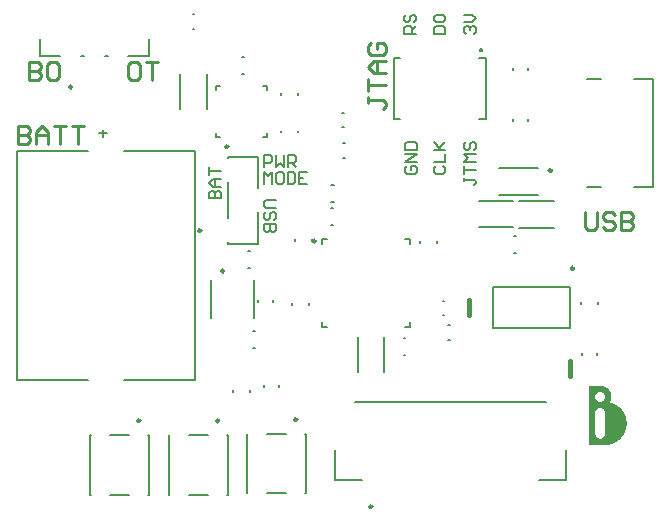
<source format=gbr>
%TF.GenerationSoftware,Altium Limited,Altium Designer,24.5.2 (23)*%
G04 Layer_Color=65535*
%FSLAX45Y45*%
%MOMM*%
%TF.SameCoordinates,DE48C8CA-727C-43F3-B7AC-81352024B8C0*%
%TF.FilePolarity,Positive*%
%TF.FileFunction,Legend,Top*%
%TF.Part,Single*%
G01*
G75*
%TA.AperFunction,NonConductor*%
%ADD51C,0.25000*%
%ADD52C,0.20000*%
%ADD53C,0.40000*%
%ADD54C,0.17000*%
%ADD55C,0.25400*%
G36*
X11886079Y7931366D02*
X11889723D01*
Y7931208D01*
X11891782D01*
Y7931049D01*
X11893525D01*
Y7930891D01*
X11894951D01*
Y7930732D01*
X11896218D01*
Y7930574D01*
X11897327D01*
Y7930415D01*
X11898436D01*
Y7930257D01*
X11899386D01*
Y7930099D01*
X11900337D01*
Y7929940D01*
X11901287D01*
Y7929782D01*
X11902079D01*
Y7929623D01*
X11902872D01*
Y7929465D01*
X11903664D01*
Y7929307D01*
X11904297D01*
Y7929148D01*
X11905089D01*
Y7928990D01*
X11905723D01*
Y7928831D01*
X11906357D01*
Y7928673D01*
X11906990D01*
Y7928514D01*
X11907624D01*
Y7928356D01*
X11908258D01*
Y7928198D01*
X11908891D01*
Y7928039D01*
X11909367D01*
Y7927881D01*
X11910000D01*
Y7927723D01*
X11910475D01*
Y7927564D01*
X11911109D01*
Y7927406D01*
X11911584D01*
Y7927247D01*
X11912059D01*
Y7927089D01*
X11912535D01*
Y7926930D01*
X11913010D01*
Y7926772D01*
X11913485D01*
Y7926614D01*
X11913961D01*
Y7926455D01*
X11914436D01*
Y7926297D01*
X11914911D01*
Y7926138D01*
X11915386D01*
Y7925980D01*
X11915862D01*
Y7925822D01*
X11916337D01*
Y7925663D01*
X11916812D01*
Y7925505D01*
X11917129D01*
Y7925346D01*
X11917604D01*
Y7925188D01*
X11918079D01*
Y7925029D01*
X11918396D01*
Y7924871D01*
X11918872D01*
Y7924713D01*
X11919188D01*
Y7924554D01*
X11919663D01*
Y7924396D01*
X11919980D01*
Y7924237D01*
X11920297D01*
Y7924079D01*
X11920772D01*
Y7923920D01*
X11921089D01*
Y7923762D01*
X11921564D01*
Y7923604D01*
X11921881D01*
Y7923445D01*
X11922198D01*
Y7923287D01*
X11922515D01*
Y7923128D01*
X11922990D01*
Y7922970D01*
X11923307D01*
Y7922812D01*
X11923624D01*
Y7922653D01*
X11923941D01*
Y7922495D01*
X11924258D01*
Y7922336D01*
X11924574D01*
Y7922178D01*
X11925050D01*
Y7922019D01*
X11925367D01*
Y7921861D01*
X11925683D01*
Y7921703D01*
X11926000D01*
Y7921544D01*
X11926317D01*
Y7921386D01*
X11926634D01*
Y7921227D01*
X11926951D01*
Y7921069D01*
X11927267D01*
Y7920910D01*
X11927584D01*
Y7920752D01*
X11927743D01*
Y7920594D01*
X11928059D01*
Y7920435D01*
X11928376D01*
Y7920277D01*
X11928693D01*
Y7920119D01*
X11929010D01*
Y7919960D01*
X11929327D01*
Y7919802D01*
X11929644D01*
Y7919643D01*
X11929802D01*
Y7919485D01*
X11930119D01*
Y7919326D01*
X11930436D01*
Y7919168D01*
X11930753D01*
Y7919010D01*
X11931069D01*
Y7918851D01*
X11931228D01*
Y7918693D01*
X11931545D01*
Y7918534D01*
X11931862D01*
Y7918376D01*
X11932020D01*
Y7918218D01*
X11932337D01*
Y7918059D01*
X11932654D01*
Y7917901D01*
X11932812D01*
Y7917742D01*
X11933129D01*
Y7917584D01*
X11933446D01*
Y7917425D01*
X11933604D01*
Y7917267D01*
X11933921D01*
Y7917109D01*
X11934238D01*
Y7916950D01*
X11934396D01*
Y7916792D01*
X11934713D01*
Y7916633D01*
X11934871D01*
Y7916475D01*
X11935188D01*
Y7916316D01*
X11935347D01*
Y7916158D01*
X11935663D01*
Y7916000D01*
X11935822D01*
Y7915841D01*
X11936139D01*
Y7915683D01*
X11936456D01*
Y7915524D01*
X11936614D01*
Y7915366D01*
X11936931D01*
Y7915208D01*
X11937089D01*
Y7915049D01*
X11937248D01*
Y7914891D01*
X11937564D01*
Y7914732D01*
X11937723D01*
Y7914574D01*
X11938040D01*
Y7914415D01*
X11938198D01*
Y7914257D01*
X11938515D01*
Y7914099D01*
X11938673D01*
Y7913940D01*
X11938990D01*
Y7913782D01*
X11939149D01*
Y7913623D01*
X11939307D01*
Y7913465D01*
X11939624D01*
Y7913307D01*
X11939782D01*
Y7913148D01*
X11939941D01*
Y7912990D01*
X11940258D01*
Y7912831D01*
X11940416D01*
Y7912673D01*
X11940574D01*
Y7912515D01*
X11940891D01*
Y7912356D01*
X11941050D01*
Y7912198D01*
X11941208D01*
Y7912039D01*
X11941525D01*
Y7911881D01*
X11941683D01*
Y7911723D01*
X11941842D01*
Y7911564D01*
X11942158D01*
Y7911406D01*
X11942317D01*
Y7911247D01*
X11942475D01*
Y7911089D01*
X11942634D01*
Y7910930D01*
X11942951D01*
Y7910772D01*
X11943109D01*
Y7910614D01*
X11943267D01*
Y7910455D01*
X11943426D01*
Y7910297D01*
X11943743D01*
Y7910138D01*
X11943901D01*
Y7909980D01*
X11944060D01*
Y7909821D01*
X11944218D01*
Y7909663D01*
X11944535D01*
Y7909505D01*
X11944693D01*
Y7909346D01*
X11944852D01*
Y7909188D01*
X11945010D01*
Y7909029D01*
X11945168D01*
Y7908871D01*
X11945485D01*
Y7908713D01*
X11945644D01*
Y7908554D01*
X11945802D01*
Y7908396D01*
X11945961D01*
Y7908237D01*
X11946119D01*
Y7908079D01*
X11946277D01*
Y7907920D01*
X11946436D01*
Y7907762D01*
X11946753D01*
Y7907604D01*
X11946911D01*
Y7907445D01*
X11947070D01*
Y7907287D01*
X11947228D01*
Y7907128D01*
X11947386D01*
Y7906970D01*
X11947545D01*
Y7906811D01*
X11947703D01*
Y7906653D01*
X11947862D01*
Y7906495D01*
X11948178D01*
Y7906336D01*
X11948337D01*
Y7906178D01*
X11948495D01*
Y7906019D01*
X11948654D01*
Y7905861D01*
X11948812D01*
Y7905703D01*
X11948971D01*
Y7905544D01*
X11949129D01*
Y7905386D01*
X11949287D01*
Y7905228D01*
X11949446D01*
Y7905069D01*
X11949604D01*
Y7904911D01*
X11949762D01*
Y7904752D01*
X11949921D01*
Y7904594D01*
X11950079D01*
Y7904435D01*
X11950238D01*
Y7904277D01*
X11950396D01*
Y7904119D01*
X11950555D01*
Y7903960D01*
X11950713D01*
Y7903802D01*
X11950871D01*
Y7903643D01*
X11951030D01*
Y7903485D01*
X11951188D01*
Y7903326D01*
X11951347D01*
Y7903168D01*
X11951505D01*
Y7903010D01*
X11951663D01*
Y7902851D01*
X11951822D01*
Y7902693D01*
X11951980D01*
Y7902534D01*
X11952139D01*
Y7902376D01*
X11952297D01*
Y7902218D01*
X11952456D01*
Y7902059D01*
X11952614D01*
Y7901901D01*
X11952772D01*
Y7901742D01*
X11952931D01*
Y7901584D01*
X11953089D01*
Y7901425D01*
X11953248D01*
Y7901267D01*
X11953406D01*
Y7901109D01*
X11953565D01*
Y7900950D01*
X11953723D01*
Y7900792D01*
X11953881D01*
Y7900633D01*
X11954040D01*
Y7900316D01*
X11954198D01*
Y7900158D01*
X11954357D01*
Y7900000D01*
X11954515D01*
Y7899841D01*
X11954673D01*
Y7899683D01*
X11954832D01*
Y7899524D01*
X11954990D01*
Y7899366D01*
X11955149D01*
Y7899208D01*
X11955307D01*
Y7898891D01*
X11955466D01*
Y7898732D01*
X11955624D01*
Y7898574D01*
X11955782D01*
Y7898415D01*
X11955941D01*
Y7898257D01*
X11956099D01*
Y7898099D01*
X11956258D01*
Y7897940D01*
X11956416D01*
Y7897624D01*
X11956575D01*
Y7897465D01*
X11956733D01*
Y7897307D01*
X11956891D01*
Y7897148D01*
X11957050D01*
Y7896990D01*
X11957208D01*
Y7896673D01*
X11957366D01*
Y7896515D01*
X11957525D01*
Y7896356D01*
X11957683D01*
Y7896198D01*
X11957842D01*
Y7895881D01*
X11958000D01*
Y7895723D01*
X11958158D01*
Y7895564D01*
X11958317D01*
Y7895406D01*
X11958475D01*
Y7895089D01*
X11958634D01*
Y7894930D01*
X11958792D01*
Y7894772D01*
X11958951D01*
Y7894614D01*
X11959109D01*
Y7894297D01*
X11959267D01*
Y7894138D01*
X11959426D01*
Y7893980D01*
X11959584D01*
Y7893663D01*
X11959743D01*
Y7893505D01*
X11959901D01*
Y7893346D01*
X11960060D01*
Y7893029D01*
X11960218D01*
Y7892871D01*
X11960376D01*
Y7892713D01*
X11960535D01*
Y7892396D01*
X11960693D01*
Y7892237D01*
X11960852D01*
Y7892079D01*
X11961010D01*
Y7891762D01*
X11961168D01*
Y7891604D01*
X11961327D01*
Y7891287D01*
X11961485D01*
Y7891128D01*
X11961644D01*
Y7890970D01*
X11961802D01*
Y7890653D01*
X11961961D01*
Y7890495D01*
X11962119D01*
Y7890178D01*
X11962277D01*
Y7890020D01*
X11962436D01*
Y7889703D01*
X11962594D01*
Y7889544D01*
X11962753D01*
Y7889227D01*
X11962911D01*
Y7889069D01*
X11963070D01*
Y7888752D01*
X11963228D01*
Y7888594D01*
X11963386D01*
Y7888277D01*
X11963545D01*
Y7888119D01*
X11963703D01*
Y7887802D01*
X11963862D01*
Y7887643D01*
X11964020D01*
Y7887326D01*
X11964178D01*
Y7887168D01*
X11964337D01*
Y7886851D01*
X11964495D01*
Y7886534D01*
X11964653D01*
Y7886376D01*
X11964812D01*
Y7886059D01*
X11964970D01*
Y7885901D01*
X11965129D01*
Y7885584D01*
X11965287D01*
Y7885267D01*
X11965446D01*
Y7885109D01*
X11965604D01*
Y7884792D01*
X11965762D01*
Y7884475D01*
X11965921D01*
Y7884316D01*
X11966079D01*
Y7884000D01*
X11966238D01*
Y7883683D01*
X11966396D01*
Y7883366D01*
X11966555D01*
Y7883208D01*
X11966713D01*
Y7882891D01*
X11966871D01*
Y7882574D01*
X11967030D01*
Y7882257D01*
X11967188D01*
Y7882099D01*
X11967347D01*
Y7881782D01*
X11967505D01*
Y7881465D01*
X11967663D01*
Y7881148D01*
X11967822D01*
Y7880831D01*
X11967980D01*
Y7880515D01*
X11968139D01*
Y7880198D01*
X11968297D01*
Y7879881D01*
X11968456D01*
Y7879564D01*
X11968614D01*
Y7879406D01*
X11968772D01*
Y7879089D01*
X11968931D01*
Y7878772D01*
X11969089D01*
Y7878455D01*
X11969248D01*
Y7877980D01*
X11969406D01*
Y7877663D01*
X11969565D01*
Y7877346D01*
X11969723D01*
Y7877029D01*
X11969881D01*
Y7876712D01*
X11970040D01*
Y7876396D01*
X11970198D01*
Y7876079D01*
X11970357D01*
Y7875762D01*
X11970515D01*
Y7875287D01*
X11970673D01*
Y7874970D01*
X11970832D01*
Y7874653D01*
X11970990D01*
Y7874336D01*
X11971149D01*
Y7873861D01*
X11971307D01*
Y7873544D01*
X11971466D01*
Y7873227D01*
X11971624D01*
Y7872752D01*
X11971782D01*
Y7872435D01*
X11971941D01*
Y7871960D01*
X11972099D01*
Y7871643D01*
X11972257D01*
Y7871168D01*
X11972416D01*
Y7870851D01*
X11972574D01*
Y7870376D01*
X11972733D01*
Y7870059D01*
X11972891D01*
Y7869584D01*
X11973050D01*
Y7869109D01*
X11973208D01*
Y7868792D01*
X11973366D01*
Y7868316D01*
X11973525D01*
Y7867841D01*
X11973683D01*
Y7867366D01*
X11973842D01*
Y7866891D01*
X11974000D01*
Y7866416D01*
X11974159D01*
Y7865940D01*
X11974317D01*
Y7865465D01*
X11974475D01*
Y7864990D01*
X11974634D01*
Y7864515D01*
X11974792D01*
Y7864039D01*
X11974951D01*
Y7863406D01*
X11975109D01*
Y7862930D01*
X11975267D01*
Y7862297D01*
X11975426D01*
Y7861821D01*
X11975584D01*
Y7861188D01*
X11975743D01*
Y7860554D01*
X11975901D01*
Y7860079D01*
X11976060D01*
Y7859445D01*
X11976218D01*
Y7858812D01*
X11976376D01*
Y7858178D01*
X11976535D01*
Y7857386D01*
X11976693D01*
Y7856752D01*
X11976852D01*
Y7855960D01*
X11977010D01*
Y7855168D01*
X11977169D01*
Y7854376D01*
X11977327D01*
Y7853584D01*
X11977485D01*
Y7852633D01*
X11977644D01*
Y7851841D01*
X11977802D01*
Y7850732D01*
X11977961D01*
Y7849623D01*
X11978119D01*
Y7848515D01*
X11978277D01*
Y7847247D01*
X11978436D01*
Y7845821D01*
X11978594D01*
Y7844079D01*
X11978753D01*
Y7841703D01*
X11978911D01*
Y7837109D01*
X11979070D01*
Y7835366D01*
X11978911D01*
Y7830613D01*
X11978753D01*
Y7828396D01*
X11978594D01*
Y7826653D01*
X11978436D01*
Y7825227D01*
X11978277D01*
Y7823802D01*
X11978119D01*
Y7822693D01*
X11977961D01*
Y7821584D01*
X11977802D01*
Y7820633D01*
X11977644D01*
Y7819683D01*
X11977485D01*
Y7818891D01*
X11977327D01*
Y7817940D01*
X11977169D01*
Y7817148D01*
X11977010D01*
Y7816356D01*
X11976852D01*
Y7815722D01*
X11976693D01*
Y7814931D01*
X11976535D01*
Y7814297D01*
X11976376D01*
Y7813663D01*
X11976218D01*
Y7813029D01*
X11976060D01*
Y7812396D01*
X11975901D01*
Y7811762D01*
X11975743D01*
Y7811128D01*
X11975584D01*
Y7810653D01*
X11975426D01*
Y7810019D01*
X11975267D01*
Y7809544D01*
X11975109D01*
Y7808911D01*
X11974951D01*
Y7808435D01*
X11974792D01*
Y7807960D01*
X11974634D01*
Y7807485D01*
X11974475D01*
Y7806851D01*
X11974317D01*
Y7806376D01*
X11974159D01*
Y7805901D01*
X11974000D01*
Y7805426D01*
X11973842D01*
Y7804950D01*
X11973683D01*
Y7804633D01*
X11973525D01*
Y7804158D01*
X11973366D01*
Y7803683D01*
X11973208D01*
Y7803208D01*
X11973050D01*
Y7802891D01*
X11972891D01*
Y7802416D01*
X11972733D01*
Y7801940D01*
X11972574D01*
Y7801623D01*
X11972416D01*
Y7801148D01*
X11972257D01*
Y7800831D01*
X11972099D01*
Y7800356D01*
X11971941D01*
Y7800039D01*
X11971782D01*
Y7799564D01*
X11971624D01*
Y7799247D01*
X11971466D01*
Y7798931D01*
X11971307D01*
Y7798455D01*
X11971149D01*
Y7798138D01*
X11970990D01*
Y7797822D01*
X11970832D01*
Y7797346D01*
X11970673D01*
Y7797029D01*
X11970515D01*
Y7796713D01*
X11970357D01*
Y7796396D01*
X11970198D01*
Y7796079D01*
X11970040D01*
Y7795604D01*
X11969881D01*
Y7795287D01*
X11969723D01*
Y7794970D01*
X11969565D01*
Y7794653D01*
X11969406D01*
Y7794336D01*
X11969248D01*
Y7794019D01*
X11969089D01*
Y7793703D01*
X11968931D01*
Y7793386D01*
X11968772D01*
Y7793069D01*
X11968614D01*
Y7792752D01*
X11968456D01*
Y7792435D01*
X11968297D01*
Y7792119D01*
X11968139D01*
Y7791802D01*
X11967980D01*
Y7791485D01*
X11967822D01*
Y7791327D01*
X11967663D01*
Y7791010D01*
X11967505D01*
Y7790693D01*
X11967347D01*
Y7790376D01*
X11967188D01*
Y7790059D01*
X11967030D01*
Y7789742D01*
X11966871D01*
Y7789584D01*
X11967505D01*
Y7789425D01*
X11968139D01*
Y7789267D01*
X11968772D01*
Y7789109D01*
X11969406D01*
Y7788950D01*
X11970040D01*
Y7788792D01*
X11970673D01*
Y7788633D01*
X11971307D01*
Y7788475D01*
X11971941D01*
Y7788317D01*
X11972574D01*
Y7788158D01*
X11973208D01*
Y7788000D01*
X11973683D01*
Y7787841D01*
X11974317D01*
Y7787683D01*
X11974951D01*
Y7787524D01*
X11975426D01*
Y7787366D01*
X11976060D01*
Y7787208D01*
X11976535D01*
Y7787049D01*
X11977169D01*
Y7786891D01*
X11977644D01*
Y7786732D01*
X11978119D01*
Y7786574D01*
X11978753D01*
Y7786415D01*
X11979228D01*
Y7786257D01*
X11979703D01*
Y7786099D01*
X11980178D01*
Y7785940D01*
X11980654D01*
Y7785782D01*
X11981287D01*
Y7785623D01*
X11981762D01*
Y7785465D01*
X11982238D01*
Y7785307D01*
X11982713D01*
Y7785148D01*
X11983188D01*
Y7784990D01*
X11983664D01*
Y7784832D01*
X11984139D01*
Y7784673D01*
X11984614D01*
Y7784515D01*
X11985089D01*
Y7784356D01*
X11985565D01*
Y7784198D01*
X11985881D01*
Y7784039D01*
X11986357D01*
Y7783881D01*
X11986832D01*
Y7783723D01*
X11987307D01*
Y7783564D01*
X11987782D01*
Y7783406D01*
X11988099D01*
Y7783247D01*
X11988574D01*
Y7783089D01*
X11989050D01*
Y7782930D01*
X11989525D01*
Y7782772D01*
X11989842D01*
Y7782614D01*
X11990317D01*
Y7782455D01*
X11990792D01*
Y7782297D01*
X11991109D01*
Y7782138D01*
X11991584D01*
Y7781980D01*
X11991901D01*
Y7781822D01*
X11992376D01*
Y7781663D01*
X11992693D01*
Y7781505D01*
X11993169D01*
Y7781346D01*
X11993644D01*
Y7781188D01*
X11993961D01*
Y7781029D01*
X11994277D01*
Y7780871D01*
X11994752D01*
Y7780713D01*
X11995069D01*
Y7780554D01*
X11995545D01*
Y7780396D01*
X11995861D01*
Y7780237D01*
X11996337D01*
Y7780079D01*
X11996654D01*
Y7779920D01*
X11996970D01*
Y7779762D01*
X11997446D01*
Y7779604D01*
X11997762D01*
Y7779445D01*
X11998079D01*
Y7779287D01*
X11998555D01*
Y7779128D01*
X11998871D01*
Y7778970D01*
X11999188D01*
Y7778812D01*
X11999505D01*
Y7778653D01*
X11999980D01*
Y7778495D01*
X12000297D01*
Y7778336D01*
X12000614D01*
Y7778178D01*
X12000931D01*
Y7778019D01*
X12001406D01*
Y7777861D01*
X12001723D01*
Y7777703D01*
X12002040D01*
Y7777544D01*
X12002356D01*
Y7777386D01*
X12002673D01*
Y7777228D01*
X12002990D01*
Y7777069D01*
X12003465D01*
Y7776911D01*
X12003782D01*
Y7776752D01*
X12004099D01*
Y7776594D01*
X12004416D01*
Y7776435D01*
X12004733D01*
Y7776277D01*
X12005050D01*
Y7776119D01*
X12005366D01*
Y7775960D01*
X12005683D01*
Y7775802D01*
X12006000D01*
Y7775643D01*
X12006317D01*
Y7775485D01*
X12006634D01*
Y7775327D01*
X12006951D01*
Y7775168D01*
X12007268D01*
Y7775010D01*
X12007584D01*
Y7774851D01*
X12007901D01*
Y7774693D01*
X12008218D01*
Y7774534D01*
X12008535D01*
Y7774376D01*
X12008852D01*
Y7774218D01*
X12009169D01*
Y7774059D01*
X12009485D01*
Y7773901D01*
X12009802D01*
Y7773742D01*
X12010119D01*
Y7773584D01*
X12010436D01*
Y7773425D01*
X12010753D01*
Y7773267D01*
X12011069D01*
Y7773109D01*
X12011228D01*
Y7772950D01*
X12011545D01*
Y7772792D01*
X12011861D01*
Y7772633D01*
X12012178D01*
Y7772475D01*
X12012495D01*
Y7772317D01*
X12012812D01*
Y7772158D01*
X12013129D01*
Y7772000D01*
X12013287D01*
Y7771841D01*
X12013604D01*
Y7771683D01*
X12013921D01*
Y7771524D01*
X12014238D01*
Y7771366D01*
X12014555D01*
Y7771208D01*
X12014713D01*
Y7771049D01*
X12015030D01*
Y7770891D01*
X12015347D01*
Y7770732D01*
X12015664D01*
Y7770574D01*
X12015822D01*
Y7770415D01*
X12016139D01*
Y7770257D01*
X12016456D01*
Y7770099D01*
X12016773D01*
Y7769940D01*
X12016931D01*
Y7769782D01*
X12017248D01*
Y7769624D01*
X12017564D01*
Y7769465D01*
X12017881D01*
Y7769307D01*
X12018040D01*
Y7769148D01*
X12018356D01*
Y7768990D01*
X12018673D01*
Y7768832D01*
X12018832D01*
Y7768673D01*
X12019149D01*
Y7768515D01*
X12019465D01*
Y7768356D01*
X12019624D01*
Y7768198D01*
X12019941D01*
Y7768039D01*
X12020258D01*
Y7767881D01*
X12020416D01*
Y7767723D01*
X12020733D01*
Y7767564D01*
X12021050D01*
Y7767406D01*
X12021208D01*
Y7767247D01*
X12021525D01*
Y7767089D01*
X12021683D01*
Y7766930D01*
X12022000D01*
Y7766772D01*
X12022317D01*
Y7766614D01*
X12022475D01*
Y7766455D01*
X12022792D01*
Y7766297D01*
X12022951D01*
Y7766138D01*
X12023268D01*
Y7765980D01*
X12023584D01*
Y7765822D01*
X12023743D01*
Y7765663D01*
X12024060D01*
Y7765505D01*
X12024218D01*
Y7765346D01*
X12024535D01*
Y7765188D01*
X12024693D01*
Y7765029D01*
X12025010D01*
Y7764871D01*
X12025168D01*
Y7764713D01*
X12025485D01*
Y7764554D01*
X12025802D01*
Y7764396D01*
X12025960D01*
Y7764237D01*
X12026277D01*
Y7764079D01*
X12026436D01*
Y7763920D01*
X12026753D01*
Y7763762D01*
X12026911D01*
Y7763604D01*
X12027228D01*
Y7763445D01*
X12027386D01*
Y7763287D01*
X12027703D01*
Y7763128D01*
X12027861D01*
Y7762970D01*
X12028020D01*
Y7762812D01*
X12028337D01*
Y7762653D01*
X12028495D01*
Y7762495D01*
X12028812D01*
Y7762336D01*
X12028970D01*
Y7762178D01*
X12029287D01*
Y7762020D01*
X12029446D01*
Y7761861D01*
X12029763D01*
Y7761703D01*
X12029921D01*
Y7761544D01*
X12030238D01*
Y7761386D01*
X12030396D01*
Y7761228D01*
X12030555D01*
Y7761069D01*
X12030871D01*
Y7760911D01*
X12031030D01*
Y7760752D01*
X12031347D01*
Y7760594D01*
X12031505D01*
Y7760435D01*
X12031664D01*
Y7760277D01*
X12031980D01*
Y7760119D01*
X12032139D01*
Y7759960D01*
X12032455D01*
Y7759802D01*
X12032614D01*
Y7759643D01*
X12032772D01*
Y7759485D01*
X12033089D01*
Y7759326D01*
X12033248D01*
Y7759168D01*
X12033406D01*
Y7759010D01*
X12033723D01*
Y7758851D01*
X12033881D01*
Y7758693D01*
X12034198D01*
Y7758534D01*
X12034356D01*
Y7758376D01*
X12034515D01*
Y7758218D01*
X12034832D01*
Y7758059D01*
X12034990D01*
Y7757901D01*
X12035149D01*
Y7757742D01*
X12035465D01*
Y7757584D01*
X12035624D01*
Y7757425D01*
X12035782D01*
Y7757267D01*
X12036099D01*
Y7757109D01*
X12036258D01*
Y7756950D01*
X12036416D01*
Y7756792D01*
X12036574D01*
Y7756633D01*
X12036891D01*
Y7756475D01*
X12037050D01*
Y7756316D01*
X12037208D01*
Y7756158D01*
X12037525D01*
Y7756000D01*
X12037683D01*
Y7755841D01*
X12037842D01*
Y7755683D01*
X12038159D01*
Y7755524D01*
X12038317D01*
Y7755366D01*
X12038475D01*
Y7755208D01*
X12038634D01*
Y7755049D01*
X12038951D01*
Y7754891D01*
X12039109D01*
Y7754733D01*
X12039268D01*
Y7754574D01*
X12039426D01*
Y7754416D01*
X12039743D01*
Y7754257D01*
X12039901D01*
Y7754099D01*
X12040059D01*
Y7753940D01*
X12040218D01*
Y7753782D01*
X12040535D01*
Y7753624D01*
X12040693D01*
Y7753465D01*
X12040852D01*
Y7753307D01*
X12041010D01*
Y7753148D01*
X12041168D01*
Y7752990D01*
X12041485D01*
Y7752831D01*
X12041644D01*
Y7752673D01*
X12041802D01*
Y7752515D01*
X12041960D01*
Y7752356D01*
X12042277D01*
Y7752198D01*
X12042436D01*
Y7752039D01*
X12042594D01*
Y7751881D01*
X12042753D01*
Y7751723D01*
X12042911D01*
Y7751564D01*
X12043228D01*
Y7751406D01*
X12043386D01*
Y7751247D01*
X12043545D01*
Y7751089D01*
X12043703D01*
Y7750930D01*
X12043862D01*
Y7750772D01*
X12044020D01*
Y7750614D01*
X12044337D01*
Y7750455D01*
X12044495D01*
Y7750297D01*
X12044654D01*
Y7750138D01*
X12044812D01*
Y7749980D01*
X12044970D01*
Y7749821D01*
X12045129D01*
Y7749663D01*
X12045446D01*
Y7749505D01*
X12045604D01*
Y7749346D01*
X12045763D01*
Y7749188D01*
X12045921D01*
Y7749029D01*
X12046079D01*
Y7748871D01*
X12046238D01*
Y7748713D01*
X12046396D01*
Y7748554D01*
X12046713D01*
Y7748396D01*
X12046872D01*
Y7748237D01*
X12047030D01*
Y7748079D01*
X12047188D01*
Y7747920D01*
X12047347D01*
Y7747762D01*
X12047505D01*
Y7747604D01*
X12047663D01*
Y7747445D01*
X12047822D01*
Y7747287D01*
X12047980D01*
Y7747129D01*
X12048297D01*
Y7746970D01*
X12048455D01*
Y7746812D01*
X12048614D01*
Y7746653D01*
X12048772D01*
Y7746495D01*
X12048931D01*
Y7746336D01*
X12049089D01*
Y7746178D01*
X12049248D01*
Y7746020D01*
X12049406D01*
Y7745861D01*
X12049564D01*
Y7745703D01*
X12049723D01*
Y7745544D01*
X12049881D01*
Y7745386D01*
X12050198D01*
Y7745228D01*
X12050357D01*
Y7745069D01*
X12050515D01*
Y7744911D01*
X12050673D01*
Y7744752D01*
X12050832D01*
Y7744594D01*
X12050990D01*
Y7744435D01*
X12051149D01*
Y7744277D01*
X12051307D01*
Y7744119D01*
X12051465D01*
Y7743960D01*
X12051624D01*
Y7743802D01*
X12051782D01*
Y7743643D01*
X12051941D01*
Y7743485D01*
X12052099D01*
Y7743326D01*
X12052258D01*
Y7743168D01*
X12052416D01*
Y7743010D01*
X12052574D01*
Y7742851D01*
X12052733D01*
Y7742693D01*
X12052891D01*
Y7742534D01*
X12053050D01*
Y7742376D01*
X12053208D01*
Y7742218D01*
X12053367D01*
Y7742059D01*
X12053525D01*
Y7741901D01*
X12053842D01*
Y7741742D01*
X12054000D01*
Y7741584D01*
X12054159D01*
Y7741425D01*
X12054317D01*
Y7741267D01*
X12054475D01*
Y7741109D01*
X12054634D01*
Y7740950D01*
X12054792D01*
Y7740792D01*
X12054950D01*
Y7740633D01*
X12055109D01*
Y7740475D01*
X12055267D01*
Y7740316D01*
X12055426D01*
Y7740158D01*
X12055584D01*
Y7740000D01*
X12055743D01*
Y7739683D01*
X12055901D01*
Y7739525D01*
X12056059D01*
Y7739366D01*
X12056218D01*
Y7739208D01*
X12056376D01*
Y7739049D01*
X12056535D01*
Y7738891D01*
X12056693D01*
Y7738733D01*
X12056852D01*
Y7738574D01*
X12057010D01*
Y7738416D01*
X12057168D01*
Y7738257D01*
X12057327D01*
Y7738099D01*
X12057485D01*
Y7737940D01*
X12057644D01*
Y7737782D01*
X12057802D01*
Y7737624D01*
X12057960D01*
Y7737465D01*
X12058119D01*
Y7737307D01*
X12058277D01*
Y7737148D01*
X12058436D01*
Y7736990D01*
X12058594D01*
Y7736831D01*
X12058753D01*
Y7736673D01*
X12058911D01*
Y7736515D01*
X12059069D01*
Y7736356D01*
X12059228D01*
Y7736198D01*
X12059386D01*
Y7735881D01*
X12059545D01*
Y7735723D01*
X12059703D01*
Y7735564D01*
X12059862D01*
Y7735406D01*
X12060020D01*
Y7735247D01*
X12060178D01*
Y7735089D01*
X12060337D01*
Y7734930D01*
X12060495D01*
Y7734772D01*
X12060654D01*
Y7734614D01*
X12060812D01*
Y7734455D01*
X12060970D01*
Y7734297D01*
X12061129D01*
Y7733980D01*
X12061287D01*
Y7733821D01*
X12061446D01*
Y7733663D01*
X12061604D01*
Y7733505D01*
X12061763D01*
Y7733346D01*
X12061921D01*
Y7733188D01*
X12062079D01*
Y7733029D01*
X12062238D01*
Y7732871D01*
X12062396D01*
Y7732554D01*
X12062554D01*
Y7732396D01*
X12062713D01*
Y7732237D01*
X12062871D01*
Y7732079D01*
X12063030D01*
Y7731921D01*
X12063188D01*
Y7731762D01*
X12063347D01*
Y7731604D01*
X12063505D01*
Y7731287D01*
X12063663D01*
Y7731129D01*
X12063822D01*
Y7730970D01*
X12063980D01*
Y7730812D01*
X12064139D01*
Y7730653D01*
X12064297D01*
Y7730495D01*
X12064455D01*
Y7730336D01*
X12064614D01*
Y7730020D01*
X12064772D01*
Y7729861D01*
X12064931D01*
Y7729703D01*
X12065089D01*
Y7729544D01*
X12065248D01*
Y7729386D01*
X12065406D01*
Y7729069D01*
X12065564D01*
Y7728911D01*
X12065723D01*
Y7728752D01*
X12065881D01*
Y7728594D01*
X12066040D01*
Y7728435D01*
X12066198D01*
Y7728119D01*
X12066357D01*
Y7727960D01*
X12066515D01*
Y7727802D01*
X12066673D01*
Y7727643D01*
X12066832D01*
Y7727485D01*
X12066990D01*
Y7727168D01*
X12067149D01*
Y7727010D01*
X12067307D01*
Y7726851D01*
X12067465D01*
Y7726693D01*
X12067624D01*
Y7726376D01*
X12067782D01*
Y7726217D01*
X12067941D01*
Y7726059D01*
X12068099D01*
Y7725901D01*
X12068258D01*
Y7725742D01*
X12068416D01*
Y7725425D01*
X12068574D01*
Y7725267D01*
X12068733D01*
Y7725109D01*
X12068891D01*
Y7724792D01*
X12069050D01*
Y7724634D01*
X12069208D01*
Y7724475D01*
X12069367D01*
Y7724317D01*
X12069525D01*
Y7724000D01*
X12069683D01*
Y7723841D01*
X12069842D01*
Y7723683D01*
X12070000D01*
Y7723525D01*
X12070158D01*
Y7723208D01*
X12070317D01*
Y7723049D01*
X12070475D01*
Y7722891D01*
X12070634D01*
Y7722574D01*
X12070792D01*
Y7722416D01*
X12070951D01*
Y7722257D01*
X12071109D01*
Y7721940D01*
X12071267D01*
Y7721782D01*
X12071426D01*
Y7721624D01*
X12071584D01*
Y7721307D01*
X12071743D01*
Y7721148D01*
X12071901D01*
Y7720990D01*
X12072059D01*
Y7720673D01*
X12072218D01*
Y7720515D01*
X12072376D01*
Y7720356D01*
X12072535D01*
Y7720039D01*
X12072693D01*
Y7719881D01*
X12072852D01*
Y7719722D01*
X12073010D01*
Y7719406D01*
X12073168D01*
Y7719247D01*
X12073327D01*
Y7719089D01*
X12073485D01*
Y7718772D01*
X12073644D01*
Y7718614D01*
X12073802D01*
Y7718297D01*
X12073961D01*
Y7718138D01*
X12074119D01*
Y7717980D01*
X12074277D01*
Y7717663D01*
X12074436D01*
Y7717505D01*
X12074594D01*
Y7717188D01*
X12074753D01*
Y7717030D01*
X12074911D01*
Y7716871D01*
X12075069D01*
Y7716554D01*
X12075228D01*
Y7716396D01*
X12075386D01*
Y7716079D01*
X12075545D01*
Y7715921D01*
X12075703D01*
Y7715604D01*
X12075862D01*
Y7715445D01*
X12076020D01*
Y7715287D01*
X12076178D01*
Y7714970D01*
X12076337D01*
Y7714812D01*
X12076495D01*
Y7714495D01*
X12076654D01*
Y7714336D01*
X12076812D01*
Y7714020D01*
X12076971D01*
Y7713861D01*
X12077129D01*
Y7713544D01*
X12077287D01*
Y7713386D01*
X12077446D01*
Y7713069D01*
X12077604D01*
Y7712911D01*
X12077762D01*
Y7712594D01*
X12077921D01*
Y7712435D01*
X12078079D01*
Y7712119D01*
X12078238D01*
Y7711960D01*
X12078396D01*
Y7711643D01*
X12078554D01*
Y7711485D01*
X12078713D01*
Y7711168D01*
X12078871D01*
Y7711010D01*
X12079030D01*
Y7710693D01*
X12079188D01*
Y7710534D01*
X12079347D01*
Y7710217D01*
X12079505D01*
Y7709901D01*
X12079663D01*
Y7709742D01*
X12079822D01*
Y7709426D01*
X12079980D01*
Y7709267D01*
X12080139D01*
Y7708950D01*
X12080297D01*
Y7708792D01*
X12080456D01*
Y7708475D01*
X12080614D01*
Y7708158D01*
X12080772D01*
Y7708000D01*
X12080931D01*
Y7707683D01*
X12081089D01*
Y7707525D01*
X12081248D01*
Y7707208D01*
X12081406D01*
Y7706891D01*
X12081564D01*
Y7706732D01*
X12081723D01*
Y7706416D01*
X12081881D01*
Y7706099D01*
X12082040D01*
Y7705940D01*
X12082198D01*
Y7705624D01*
X12082357D01*
Y7705307D01*
X12082515D01*
Y7705148D01*
X12082673D01*
Y7704831D01*
X12082832D01*
Y7704515D01*
X12082990D01*
Y7704356D01*
X12083149D01*
Y7704039D01*
X12083307D01*
Y7703722D01*
X12083466D01*
Y7703564D01*
X12083624D01*
Y7703247D01*
X12083782D01*
Y7702930D01*
X12083941D01*
Y7702614D01*
X12084099D01*
Y7702455D01*
X12084258D01*
Y7702138D01*
X12084416D01*
Y7701822D01*
X12084574D01*
Y7701505D01*
X12084733D01*
Y7701346D01*
X12084891D01*
Y7701030D01*
X12085049D01*
Y7700713D01*
X12085208D01*
Y7700396D01*
X12085366D01*
Y7700079D01*
X12085525D01*
Y7699921D01*
X12085683D01*
Y7699604D01*
X12085842D01*
Y7699287D01*
X12086000D01*
Y7698970D01*
X12086158D01*
Y7698653D01*
X12086317D01*
Y7698495D01*
X12086475D01*
Y7698178D01*
X12086634D01*
Y7697861D01*
X12086792D01*
Y7697544D01*
X12086951D01*
Y7697227D01*
X12087109D01*
Y7696911D01*
X12087267D01*
Y7696594D01*
X12087426D01*
Y7696277D01*
X12087584D01*
Y7695960D01*
X12087743D01*
Y7695802D01*
X12087901D01*
Y7695485D01*
X12088059D01*
Y7695168D01*
X12088218D01*
Y7694851D01*
X12088376D01*
Y7694535D01*
X12088535D01*
Y7694218D01*
X12088693D01*
Y7693901D01*
X12088852D01*
Y7693584D01*
X12089010D01*
Y7693267D01*
X12089168D01*
Y7692950D01*
X12089327D01*
Y7692633D01*
X12089485D01*
Y7692317D01*
X12089644D01*
Y7692000D01*
X12089802D01*
Y7691683D01*
X12089961D01*
Y7691366D01*
X12090119D01*
Y7691049D01*
X12090277D01*
Y7690574D01*
X12090436D01*
Y7690257D01*
X12090594D01*
Y7689940D01*
X12090753D01*
Y7689623D01*
X12090911D01*
Y7689307D01*
X12091069D01*
Y7688990D01*
X12091228D01*
Y7688673D01*
X12091386D01*
Y7688356D01*
X12091545D01*
Y7687881D01*
X12091703D01*
Y7687564D01*
X12091862D01*
Y7687247D01*
X12092020D01*
Y7686931D01*
X12092178D01*
Y7686614D01*
X12092337D01*
Y7686138D01*
X12092495D01*
Y7685822D01*
X12092653D01*
Y7685505D01*
X12092812D01*
Y7685188D01*
X12092970D01*
Y7684713D01*
X12093129D01*
Y7684396D01*
X12093287D01*
Y7684079D01*
X12093446D01*
Y7683604D01*
X12093604D01*
Y7683287D01*
X12093762D01*
Y7682970D01*
X12093921D01*
Y7682495D01*
X12094079D01*
Y7682178D01*
X12094238D01*
Y7681861D01*
X12094396D01*
Y7681386D01*
X12094554D01*
Y7681069D01*
X12094713D01*
Y7680594D01*
X12094871D01*
Y7680277D01*
X12095030D01*
Y7679802D01*
X12095188D01*
Y7679485D01*
X12095347D01*
Y7679010D01*
X12095505D01*
Y7678693D01*
X12095663D01*
Y7678218D01*
X12095822D01*
Y7677901D01*
X12095980D01*
Y7677426D01*
X12096139D01*
Y7677109D01*
X12096297D01*
Y7676633D01*
X12096456D01*
Y7676158D01*
X12096614D01*
Y7675841D01*
X12096772D01*
Y7675366D01*
X12096931D01*
Y7674891D01*
X12097089D01*
Y7674574D01*
X12097248D01*
Y7674099D01*
X12097406D01*
Y7673623D01*
X12097564D01*
Y7673148D01*
X12097723D01*
Y7672673D01*
X12097881D01*
Y7672356D01*
X12098040D01*
Y7671881D01*
X12098198D01*
Y7671406D01*
X12098357D01*
Y7670931D01*
X12098515D01*
Y7670455D01*
X12098673D01*
Y7669980D01*
X12098832D01*
Y7669505D01*
X12098990D01*
Y7669030D01*
X12099149D01*
Y7668554D01*
X12099307D01*
Y7668079D01*
X12099466D01*
Y7667604D01*
X12099624D01*
Y7667128D01*
X12099782D01*
Y7666653D01*
X12099941D01*
Y7666020D01*
X12100099D01*
Y7665544D01*
X12100257D01*
Y7665069D01*
X12100416D01*
Y7664594D01*
X12100574D01*
Y7663960D01*
X12100733D01*
Y7663485D01*
X12100891D01*
Y7662851D01*
X12101050D01*
Y7662376D01*
X12101208D01*
Y7661901D01*
X12101366D01*
Y7661267D01*
X12101525D01*
Y7660633D01*
X12101683D01*
Y7660158D01*
X12101842D01*
Y7659524D01*
X12102000D01*
Y7658891D01*
X12102158D01*
Y7658416D01*
X12102317D01*
Y7657782D01*
X12102475D01*
Y7657148D01*
X12102634D01*
Y7656515D01*
X12102792D01*
Y7655881D01*
X12102951D01*
Y7655247D01*
X12103109D01*
Y7654614D01*
X12103267D01*
Y7653980D01*
X12103426D01*
Y7653188D01*
X12103584D01*
Y7652554D01*
X12103743D01*
Y7651921D01*
X12103901D01*
Y7651128D01*
X12104060D01*
Y7650495D01*
X12104218D01*
Y7649703D01*
X12104376D01*
Y7648911D01*
X12104535D01*
Y7648119D01*
X12104693D01*
Y7647327D01*
X12104852D01*
Y7646534D01*
X12105010D01*
Y7645742D01*
X12105168D01*
Y7644950D01*
X12105327D01*
Y7644000D01*
X12105485D01*
Y7643208D01*
X12105644D01*
Y7642257D01*
X12105802D01*
Y7641307D01*
X12105961D01*
Y7640198D01*
X12106119D01*
Y7639247D01*
X12106277D01*
Y7638138D01*
X12106436D01*
Y7637029D01*
X12106594D01*
Y7635921D01*
X12106753D01*
Y7634653D01*
X12106911D01*
Y7633386D01*
X12107070D01*
Y7631960D01*
X12107228D01*
Y7630534D01*
X12107386D01*
Y7628950D01*
X12107545D01*
Y7627049D01*
X12107703D01*
Y7625148D01*
X12107861D01*
Y7622614D01*
X12108020D01*
Y7619604D01*
X12108178D01*
Y7613742D01*
X12108337D01*
Y7609624D01*
X12108178D01*
Y7603762D01*
X12108020D01*
Y7600752D01*
X12107861D01*
Y7598376D01*
X12107703D01*
Y7596317D01*
X12107545D01*
Y7594574D01*
X12107386D01*
Y7592831D01*
X12107228D01*
Y7591406D01*
X12107070D01*
Y7589980D01*
X12106911D01*
Y7588713D01*
X12106753D01*
Y7587445D01*
X12106594D01*
Y7586336D01*
X12106436D01*
Y7585228D01*
X12106277D01*
Y7584119D01*
X12106119D01*
Y7583168D01*
X12105961D01*
Y7582059D01*
X12105802D01*
Y7581109D01*
X12105644D01*
Y7580317D01*
X12105485D01*
Y7579366D01*
X12105327D01*
Y7578416D01*
X12105168D01*
Y7577624D01*
X12105010D01*
Y7576831D01*
X12104852D01*
Y7576039D01*
X12104693D01*
Y7575247D01*
X12104535D01*
Y7574455D01*
X12104376D01*
Y7573663D01*
X12104218D01*
Y7572871D01*
X12104060D01*
Y7572237D01*
X12103901D01*
Y7571445D01*
X12103743D01*
Y7570812D01*
X12103584D01*
Y7570178D01*
X12103426D01*
Y7569386D01*
X12103267D01*
Y7568752D01*
X12103109D01*
Y7568119D01*
X12102951D01*
Y7567485D01*
X12102792D01*
Y7566851D01*
X12102634D01*
Y7566218D01*
X12102475D01*
Y7565584D01*
X12102317D01*
Y7564950D01*
X12102158D01*
Y7564475D01*
X12102000D01*
Y7563841D01*
X12101842D01*
Y7563208D01*
X12101683D01*
Y7562732D01*
X12101525D01*
Y7562099D01*
X12101366D01*
Y7561624D01*
X12101208D01*
Y7560990D01*
X12101050D01*
Y7560515D01*
X12100891D01*
Y7559881D01*
X12100733D01*
Y7559406D01*
X12100574D01*
Y7558931D01*
X12100416D01*
Y7558297D01*
X12100257D01*
Y7557822D01*
X12100099D01*
Y7557346D01*
X12099941D01*
Y7556871D01*
X12099782D01*
Y7556237D01*
X12099624D01*
Y7555762D01*
X12099466D01*
Y7555287D01*
X12099307D01*
Y7554812D01*
X12099149D01*
Y7554336D01*
X12098990D01*
Y7553861D01*
X12098832D01*
Y7553386D01*
X12098673D01*
Y7552911D01*
X12098515D01*
Y7552435D01*
X12098357D01*
Y7551960D01*
X12098198D01*
Y7551485D01*
X12098040D01*
Y7551010D01*
X12097881D01*
Y7550693D01*
X12097723D01*
Y7550218D01*
X12097564D01*
Y7549742D01*
X12097406D01*
Y7549267D01*
X12097248D01*
Y7548950D01*
X12097089D01*
Y7548475D01*
X12096931D01*
Y7548000D01*
X12096772D01*
Y7547525D01*
X12096614D01*
Y7547208D01*
X12096456D01*
Y7546732D01*
X12096297D01*
Y7546416D01*
X12096139D01*
Y7545940D01*
X12095980D01*
Y7545465D01*
X12095822D01*
Y7545148D01*
X12095663D01*
Y7544673D01*
X12095505D01*
Y7544356D01*
X12095347D01*
Y7543881D01*
X12095188D01*
Y7543564D01*
X12095030D01*
Y7543089D01*
X12094871D01*
Y7542772D01*
X12094713D01*
Y7542297D01*
X12094554D01*
Y7541980D01*
X12094396D01*
Y7541505D01*
X12094238D01*
Y7541188D01*
X12094079D01*
Y7540871D01*
X12093921D01*
Y7540396D01*
X12093762D01*
Y7540079D01*
X12093604D01*
Y7539762D01*
X12093446D01*
Y7539287D01*
X12093287D01*
Y7538970D01*
X12093129D01*
Y7538653D01*
X12092970D01*
Y7538178D01*
X12092812D01*
Y7537861D01*
X12092653D01*
Y7537544D01*
X12092495D01*
Y7537227D01*
X12092337D01*
Y7536752D01*
X12092178D01*
Y7536436D01*
X12092020D01*
Y7536119D01*
X12091862D01*
Y7535802D01*
X12091703D01*
Y7535485D01*
X12091545D01*
Y7535010D01*
X12091386D01*
Y7534693D01*
X12091228D01*
Y7534376D01*
X12091069D01*
Y7534059D01*
X12090911D01*
Y7533742D01*
X12090753D01*
Y7533426D01*
X12090594D01*
Y7533109D01*
X12090436D01*
Y7532792D01*
X12090277D01*
Y7532317D01*
X12090119D01*
Y7532000D01*
X12089961D01*
Y7531683D01*
X12089802D01*
Y7531366D01*
X12089644D01*
Y7531049D01*
X12089485D01*
Y7530732D01*
X12089327D01*
Y7530416D01*
X12089168D01*
Y7530099D01*
X12089010D01*
Y7529782D01*
X12088852D01*
Y7529465D01*
X12088693D01*
Y7529148D01*
X12088535D01*
Y7528832D01*
X12088376D01*
Y7528515D01*
X12088218D01*
Y7528198D01*
X12088059D01*
Y7527881D01*
X12087901D01*
Y7527723D01*
X12087743D01*
Y7527406D01*
X12087584D01*
Y7527089D01*
X12087426D01*
Y7526772D01*
X12087267D01*
Y7526455D01*
X12087109D01*
Y7526138D01*
X12086951D01*
Y7525822D01*
X12086792D01*
Y7525505D01*
X12086634D01*
Y7525188D01*
X12086475D01*
Y7525030D01*
X12086317D01*
Y7524713D01*
X12086158D01*
Y7524396D01*
X12086000D01*
Y7524079D01*
X12085842D01*
Y7523762D01*
X12085683D01*
Y7523445D01*
X12085525D01*
Y7523287D01*
X12085366D01*
Y7522970D01*
X12085208D01*
Y7522653D01*
X12085049D01*
Y7522336D01*
X12084891D01*
Y7522020D01*
X12084733D01*
Y7521861D01*
X12084574D01*
Y7521545D01*
X12084416D01*
Y7521228D01*
X12084258D01*
Y7520911D01*
X12084099D01*
Y7520752D01*
X12083941D01*
Y7520436D01*
X12083782D01*
Y7520119D01*
X12083624D01*
Y7519802D01*
X12083466D01*
Y7519643D01*
X12083307D01*
Y7519327D01*
X12083149D01*
Y7519010D01*
X12082990D01*
Y7518851D01*
X12082832D01*
Y7518535D01*
X12082673D01*
Y7518218D01*
X12082515D01*
Y7518059D01*
X12082357D01*
Y7517742D01*
X12082198D01*
Y7517426D01*
X12082040D01*
Y7517267D01*
X12081881D01*
Y7516950D01*
X12081723D01*
Y7516633D01*
X12081564D01*
Y7516475D01*
X12081406D01*
Y7516158D01*
X12081248D01*
Y7515841D01*
X12081089D01*
Y7515683D01*
X12080931D01*
Y7515366D01*
X12080772D01*
Y7515208D01*
X12080614D01*
Y7514891D01*
X12080456D01*
Y7514574D01*
X12080297D01*
Y7514416D01*
X12080139D01*
Y7514099D01*
X12079980D01*
Y7513941D01*
X12079822D01*
Y7513624D01*
X12079663D01*
Y7513465D01*
X12079505D01*
Y7513148D01*
X12079347D01*
Y7512832D01*
X12079188D01*
Y7512673D01*
X12079030D01*
Y7512356D01*
X12078871D01*
Y7512198D01*
X12078713D01*
Y7511881D01*
X12078554D01*
Y7511723D01*
X12078396D01*
Y7511406D01*
X12078238D01*
Y7511247D01*
X12078079D01*
Y7510931D01*
X12077921D01*
Y7510772D01*
X12077762D01*
Y7510455D01*
X12077604D01*
Y7510297D01*
X12077446D01*
Y7509980D01*
X12077287D01*
Y7509822D01*
X12077129D01*
Y7509505D01*
X12076971D01*
Y7509346D01*
X12076812D01*
Y7509030D01*
X12076654D01*
Y7508871D01*
X12076495D01*
Y7508554D01*
X12076337D01*
Y7508396D01*
X12076178D01*
Y7508079D01*
X12076020D01*
Y7507921D01*
X12075862D01*
Y7507762D01*
X12075703D01*
Y7507445D01*
X12075545D01*
Y7507287D01*
X12075386D01*
Y7506970D01*
X12075228D01*
Y7506812D01*
X12075069D01*
Y7506495D01*
X12074911D01*
Y7506337D01*
X12074753D01*
Y7506178D01*
X12074594D01*
Y7505861D01*
X12074436D01*
Y7505703D01*
X12074277D01*
Y7505386D01*
X12074119D01*
Y7505228D01*
X12073961D01*
Y7505069D01*
X12073802D01*
Y7504752D01*
X12073644D01*
Y7504594D01*
X12073485D01*
Y7504277D01*
X12073327D01*
Y7504119D01*
X12073168D01*
Y7503960D01*
X12073010D01*
Y7503643D01*
X12072852D01*
Y7503485D01*
X12072693D01*
Y7503327D01*
X12072535D01*
Y7503010D01*
X12072376D01*
Y7502851D01*
X12072218D01*
Y7502693D01*
X12072059D01*
Y7502376D01*
X12071901D01*
Y7502218D01*
X12071743D01*
Y7502059D01*
X12071584D01*
Y7501742D01*
X12071426D01*
Y7501584D01*
X12071267D01*
Y7501426D01*
X12071109D01*
Y7501109D01*
X12070951D01*
Y7500950D01*
X12070792D01*
Y7500792D01*
X12070634D01*
Y7500475D01*
X12070475D01*
Y7500317D01*
X12070317D01*
Y7500158D01*
X12070158D01*
Y7500000D01*
X12070000D01*
Y7499683D01*
X12069842D01*
Y7499524D01*
X12069683D01*
Y7499366D01*
X12069525D01*
Y7499049D01*
X12069367D01*
Y7498891D01*
X12069208D01*
Y7498733D01*
X12069050D01*
Y7498574D01*
X12068891D01*
Y7498257D01*
X12068733D01*
Y7498099D01*
X12068574D01*
Y7497941D01*
X12068416D01*
Y7497782D01*
X12068258D01*
Y7497465D01*
X12068099D01*
Y7497307D01*
X12067941D01*
Y7497148D01*
X12067782D01*
Y7496990D01*
X12067624D01*
Y7496673D01*
X12067465D01*
Y7496515D01*
X12067307D01*
Y7496356D01*
X12067149D01*
Y7496198D01*
X12066990D01*
Y7495881D01*
X12066832D01*
Y7495723D01*
X12066673D01*
Y7495564D01*
X12066515D01*
Y7495406D01*
X12066357D01*
Y7495247D01*
X12066198D01*
Y7494931D01*
X12066040D01*
Y7494772D01*
X12065881D01*
Y7494614D01*
X12065723D01*
Y7494455D01*
X12065564D01*
Y7494297D01*
X12065406D01*
Y7493980D01*
X12065248D01*
Y7493822D01*
X12065089D01*
Y7493663D01*
X12064931D01*
Y7493505D01*
X12064772D01*
Y7493346D01*
X12064614D01*
Y7493188D01*
X12064455D01*
Y7492871D01*
X12064297D01*
Y7492713D01*
X12064139D01*
Y7492554D01*
X12063980D01*
Y7492396D01*
X12063822D01*
Y7492237D01*
X12063663D01*
Y7492079D01*
X12063505D01*
Y7491762D01*
X12063347D01*
Y7491604D01*
X12063188D01*
Y7491446D01*
X12063030D01*
Y7491287D01*
X12062871D01*
Y7491129D01*
X12062713D01*
Y7490970D01*
X12062554D01*
Y7490812D01*
X12062396D01*
Y7490495D01*
X12062238D01*
Y7490337D01*
X12062079D01*
Y7490178D01*
X12061921D01*
Y7490020D01*
X12061763D01*
Y7489861D01*
X12061604D01*
Y7489703D01*
X12061446D01*
Y7489544D01*
X12061287D01*
Y7489386D01*
X12061129D01*
Y7489228D01*
X12060970D01*
Y7488911D01*
X12060812D01*
Y7488752D01*
X12060654D01*
Y7488594D01*
X12060495D01*
Y7488436D01*
X12060337D01*
Y7488277D01*
X12060178D01*
Y7488119D01*
X12060020D01*
Y7487960D01*
X12059862D01*
Y7487802D01*
X12059703D01*
Y7487643D01*
X12059545D01*
Y7487485D01*
X12059386D01*
Y7487327D01*
X12059228D01*
Y7487010D01*
X12059069D01*
Y7486851D01*
X12058911D01*
Y7486693D01*
X12058753D01*
Y7486534D01*
X12058594D01*
Y7486376D01*
X12058436D01*
Y7486218D01*
X12058277D01*
Y7486059D01*
X12058119D01*
Y7485901D01*
X12057960D01*
Y7485742D01*
X12057802D01*
Y7485584D01*
X12057644D01*
Y7485426D01*
X12057485D01*
Y7485267D01*
X12057327D01*
Y7485109D01*
X12057168D01*
Y7484950D01*
X12057010D01*
Y7484792D01*
X12056852D01*
Y7484633D01*
X12056693D01*
Y7484475D01*
X12056535D01*
Y7484317D01*
X12056376D01*
Y7484158D01*
X12056218D01*
Y7484000D01*
X12056059D01*
Y7483842D01*
X12055901D01*
Y7483683D01*
X12055743D01*
Y7483525D01*
X12055584D01*
Y7483366D01*
X12055426D01*
Y7483208D01*
X12055267D01*
Y7483049D01*
X12055109D01*
Y7482891D01*
X12054950D01*
Y7482733D01*
X12054792D01*
Y7482574D01*
X12054634D01*
Y7482416D01*
X12054475D01*
Y7482257D01*
X12054317D01*
Y7482099D01*
X12054159D01*
Y7481941D01*
X12054000D01*
Y7481782D01*
X12053842D01*
Y7481624D01*
X12053683D01*
Y7481465D01*
X12053525D01*
Y7481307D01*
X12053367D01*
Y7481148D01*
X12053208D01*
Y7480990D01*
X12053050D01*
Y7480832D01*
X12052891D01*
Y7480673D01*
X12052733D01*
Y7480515D01*
X12052574D01*
Y7480356D01*
X12052416D01*
Y7480198D01*
X12052258D01*
Y7480039D01*
X12052099D01*
Y7479881D01*
X12051941D01*
Y7479723D01*
X12051782D01*
Y7479564D01*
X12051624D01*
Y7479406D01*
X12051465D01*
Y7479247D01*
X12051307D01*
Y7479089D01*
X12051149D01*
Y7478931D01*
X12050990D01*
Y7478772D01*
X12050832D01*
Y7478614D01*
X12050673D01*
Y7478455D01*
X12050515D01*
Y7478297D01*
X12050357D01*
Y7478138D01*
X12050040D01*
Y7477980D01*
X12049881D01*
Y7477822D01*
X12049723D01*
Y7477663D01*
X12049564D01*
Y7477505D01*
X12049406D01*
Y7477346D01*
X12049248D01*
Y7477188D01*
X12049089D01*
Y7477029D01*
X12048931D01*
Y7476871D01*
X12048772D01*
Y7476713D01*
X12048614D01*
Y7476554D01*
X12048455D01*
Y7476396D01*
X12048297D01*
Y7476238D01*
X12047980D01*
Y7476079D01*
X12047822D01*
Y7475921D01*
X12047663D01*
Y7475762D01*
X12047505D01*
Y7475604D01*
X12047347D01*
Y7475445D01*
X12047188D01*
Y7475287D01*
X12047030D01*
Y7475129D01*
X12046872D01*
Y7474970D01*
X12046555D01*
Y7474812D01*
X12046396D01*
Y7474653D01*
X12046238D01*
Y7474495D01*
X12046079D01*
Y7474337D01*
X12045921D01*
Y7474178D01*
X12045763D01*
Y7474020D01*
X12045604D01*
Y7473861D01*
X12045287D01*
Y7473703D01*
X12045129D01*
Y7473544D01*
X12044970D01*
Y7473386D01*
X12044812D01*
Y7473228D01*
X12044654D01*
Y7473069D01*
X12044495D01*
Y7472911D01*
X12044337D01*
Y7472752D01*
X12044020D01*
Y7472594D01*
X12043862D01*
Y7472435D01*
X12043703D01*
Y7472277D01*
X12043545D01*
Y7472119D01*
X12043386D01*
Y7471960D01*
X12043069D01*
Y7471802D01*
X12042911D01*
Y7471643D01*
X12042753D01*
Y7471485D01*
X12042594D01*
Y7471327D01*
X12042436D01*
Y7471168D01*
X12042119D01*
Y7471010D01*
X12041960D01*
Y7470851D01*
X12041802D01*
Y7470693D01*
X12041644D01*
Y7470534D01*
X12041485D01*
Y7470376D01*
X12041168D01*
Y7470218D01*
X12041010D01*
Y7470059D01*
X12040852D01*
Y7469901D01*
X12040693D01*
Y7469742D01*
X12040535D01*
Y7469584D01*
X12040218D01*
Y7469425D01*
X12040059D01*
Y7469267D01*
X12039901D01*
Y7469109D01*
X12039743D01*
Y7468950D01*
X12039426D01*
Y7468792D01*
X12039268D01*
Y7468634D01*
X12039109D01*
Y7468475D01*
X12038951D01*
Y7468317D01*
X12038634D01*
Y7468158D01*
X12038475D01*
Y7468000D01*
X12038317D01*
Y7467842D01*
X12038000D01*
Y7467683D01*
X12037842D01*
Y7467525D01*
X12037683D01*
Y7467366D01*
X12037525D01*
Y7467208D01*
X12037208D01*
Y7467049D01*
X12037050D01*
Y7466891D01*
X12036891D01*
Y7466733D01*
X12036574D01*
Y7466574D01*
X12036416D01*
Y7466416D01*
X12036258D01*
Y7466257D01*
X12035941D01*
Y7466099D01*
X12035782D01*
Y7465940D01*
X12035624D01*
Y7465782D01*
X12035465D01*
Y7465624D01*
X12035149D01*
Y7465465D01*
X12034990D01*
Y7465307D01*
X12034832D01*
Y7465148D01*
X12034515D01*
Y7464990D01*
X12034356D01*
Y7464832D01*
X12034040D01*
Y7464673D01*
X12033881D01*
Y7464515D01*
X12033723D01*
Y7464356D01*
X12033406D01*
Y7464198D01*
X12033248D01*
Y7464039D01*
X12033089D01*
Y7463881D01*
X12032772D01*
Y7463723D01*
X12032614D01*
Y7463564D01*
X12032455D01*
Y7463406D01*
X12032139D01*
Y7463247D01*
X12031980D01*
Y7463089D01*
X12031664D01*
Y7462930D01*
X12031505D01*
Y7462772D01*
X12031347D01*
Y7462614D01*
X12031030D01*
Y7462455D01*
X12030871D01*
Y7462297D01*
X12030555D01*
Y7462138D01*
X12030396D01*
Y7461980D01*
X12030079D01*
Y7461822D01*
X12029921D01*
Y7461663D01*
X12029763D01*
Y7461505D01*
X12029446D01*
Y7461347D01*
X12029287D01*
Y7461188D01*
X12028970D01*
Y7461030D01*
X12028812D01*
Y7460871D01*
X12028495D01*
Y7460713D01*
X12028337D01*
Y7460554D01*
X12028020D01*
Y7460396D01*
X12027861D01*
Y7460238D01*
X12027545D01*
Y7460079D01*
X12027386D01*
Y7459921D01*
X12027069D01*
Y7459762D01*
X12026911D01*
Y7459604D01*
X12026594D01*
Y7459445D01*
X12026436D01*
Y7459287D01*
X12026119D01*
Y7459129D01*
X12025960D01*
Y7458970D01*
X12025644D01*
Y7458812D01*
X12025485D01*
Y7458653D01*
X12025168D01*
Y7458495D01*
X12025010D01*
Y7458337D01*
X12024693D01*
Y7458178D01*
X12024535D01*
Y7458020D01*
X12024218D01*
Y7457861D01*
X12024060D01*
Y7457703D01*
X12023743D01*
Y7457544D01*
X12023426D01*
Y7457386D01*
X12023268D01*
Y7457228D01*
X12022951D01*
Y7457069D01*
X12022792D01*
Y7456911D01*
X12022475D01*
Y7456752D01*
X12022317D01*
Y7456594D01*
X12022000D01*
Y7456435D01*
X12021683D01*
Y7456277D01*
X12021525D01*
Y7456119D01*
X12021208D01*
Y7455960D01*
X12020891D01*
Y7455802D01*
X12020733D01*
Y7455643D01*
X12020416D01*
Y7455485D01*
X12020258D01*
Y7455327D01*
X12019941D01*
Y7455168D01*
X12019624D01*
Y7455010D01*
X12019465D01*
Y7454851D01*
X12019149D01*
Y7454693D01*
X12018832D01*
Y7454534D01*
X12018673D01*
Y7454376D01*
X12018356D01*
Y7454218D01*
X12018040D01*
Y7454059D01*
X12017723D01*
Y7453901D01*
X12017564D01*
Y7453743D01*
X12017248D01*
Y7453584D01*
X12016931D01*
Y7453426D01*
X12016773D01*
Y7453267D01*
X12016456D01*
Y7453109D01*
X12016139D01*
Y7452950D01*
X12015822D01*
Y7452792D01*
X12015664D01*
Y7452634D01*
X12015347D01*
Y7452475D01*
X12015030D01*
Y7452317D01*
X12014713D01*
Y7452158D01*
X12014396D01*
Y7452000D01*
X12014238D01*
Y7451842D01*
X12013921D01*
Y7451683D01*
X12013604D01*
Y7451525D01*
X12013287D01*
Y7451366D01*
X12012970D01*
Y7451208D01*
X12012812D01*
Y7451049D01*
X12012495D01*
Y7450891D01*
X12012178D01*
Y7450733D01*
X12011861D01*
Y7450574D01*
X12011545D01*
Y7450416D01*
X12011228D01*
Y7450257D01*
X12010911D01*
Y7450099D01*
X12010753D01*
Y7449940D01*
X12010436D01*
Y7449782D01*
X12010119D01*
Y7449624D01*
X12009802D01*
Y7449465D01*
X12009485D01*
Y7449307D01*
X12009169D01*
Y7449148D01*
X12008852D01*
Y7448990D01*
X12008535D01*
Y7448832D01*
X12008218D01*
Y7448673D01*
X12007901D01*
Y7448515D01*
X12007584D01*
Y7448356D01*
X12007268D01*
Y7448198D01*
X12006951D01*
Y7448039D01*
X12006634D01*
Y7447881D01*
X12006317D01*
Y7447723D01*
X12006000D01*
Y7447564D01*
X12005683D01*
Y7447406D01*
X12005366D01*
Y7447247D01*
X12005050D01*
Y7447089D01*
X12004733D01*
Y7446930D01*
X12004416D01*
Y7446772D01*
X12004099D01*
Y7446614D01*
X12003782D01*
Y7446455D01*
X12003307D01*
Y7446297D01*
X12002990D01*
Y7446139D01*
X12002673D01*
Y7445980D01*
X12002356D01*
Y7445822D01*
X12002040D01*
Y7445663D01*
X12001723D01*
Y7445505D01*
X12001248D01*
Y7445346D01*
X12000931D01*
Y7445188D01*
X12000614D01*
Y7445030D01*
X12000297D01*
Y7444871D01*
X11999980D01*
Y7444713D01*
X11999505D01*
Y7444554D01*
X11999188D01*
Y7444396D01*
X11998871D01*
Y7444238D01*
X11998396D01*
Y7444079D01*
X11998079D01*
Y7443921D01*
X11997762D01*
Y7443762D01*
X11997446D01*
Y7443604D01*
X11996970D01*
Y7443445D01*
X11996654D01*
Y7443287D01*
X11996178D01*
Y7443129D01*
X11995861D01*
Y7442970D01*
X11995545D01*
Y7442812D01*
X11995069D01*
Y7442653D01*
X11994752D01*
Y7442495D01*
X11994277D01*
Y7442336D01*
X11993961D01*
Y7442178D01*
X11993485D01*
Y7442020D01*
X11993169D01*
Y7441861D01*
X11992693D01*
Y7441703D01*
X11992376D01*
Y7441544D01*
X11991901D01*
Y7441386D01*
X11991584D01*
Y7441228D01*
X11991109D01*
Y7441069D01*
X11990634D01*
Y7440911D01*
X11990317D01*
Y7440752D01*
X11989842D01*
Y7440594D01*
X11989366D01*
Y7440435D01*
X11989050D01*
Y7440277D01*
X11988574D01*
Y7440119D01*
X11988099D01*
Y7439960D01*
X11987782D01*
Y7439802D01*
X11987307D01*
Y7439643D01*
X11986832D01*
Y7439485D01*
X11986357D01*
Y7439326D01*
X11985881D01*
Y7439168D01*
X11985406D01*
Y7439010D01*
X11985089D01*
Y7438851D01*
X11984614D01*
Y7438693D01*
X11984139D01*
Y7438535D01*
X11983664D01*
Y7438376D01*
X11983188D01*
Y7438218D01*
X11982713D01*
Y7438059D01*
X11982238D01*
Y7437901D01*
X11981762D01*
Y7437743D01*
X11981129D01*
Y7437584D01*
X11980654D01*
Y7437426D01*
X11980178D01*
Y7437267D01*
X11979703D01*
Y7437109D01*
X11979228D01*
Y7436950D01*
X11978594D01*
Y7436792D01*
X11978119D01*
Y7436634D01*
X11977644D01*
Y7436475D01*
X11977010D01*
Y7436317D01*
X11976535D01*
Y7436158D01*
X11975901D01*
Y7436000D01*
X11975426D01*
Y7435841D01*
X11974792D01*
Y7435683D01*
X11974317D01*
Y7435525D01*
X11973683D01*
Y7435366D01*
X11973050D01*
Y7435208D01*
X11972574D01*
Y7435049D01*
X11971941D01*
Y7434891D01*
X11971307D01*
Y7434733D01*
X11970673D01*
Y7434574D01*
X11970040D01*
Y7434416D01*
X11969406D01*
Y7434257D01*
X11968772D01*
Y7434099D01*
X11968139D01*
Y7433940D01*
X11967505D01*
Y7433782D01*
X11966713D01*
Y7433624D01*
X11966079D01*
Y7433465D01*
X11965446D01*
Y7433307D01*
X11964653D01*
Y7433148D01*
X11963862D01*
Y7432990D01*
X11963228D01*
Y7432831D01*
X11962436D01*
Y7432673D01*
X11961644D01*
Y7432515D01*
X11960852D01*
Y7432356D01*
X11960060D01*
Y7432198D01*
X11959109D01*
Y7432039D01*
X11958317D01*
Y7431881D01*
X11957366D01*
Y7431723D01*
X11956575D01*
Y7431564D01*
X11955624D01*
Y7431406D01*
X11954515D01*
Y7431248D01*
X11953565D01*
Y7431089D01*
X11952456D01*
Y7430931D01*
X11951505D01*
Y7430772D01*
X11950238D01*
Y7430614D01*
X11949129D01*
Y7430455D01*
X11947862D01*
Y7430297D01*
X11946436D01*
Y7430139D01*
X11945010D01*
Y7429980D01*
X11943426D01*
Y7429822D01*
X11941842D01*
Y7429663D01*
X11939941D01*
Y7429505D01*
X11937723D01*
Y7429346D01*
X11934871D01*
Y7429188D01*
X11930911D01*
Y7429030D01*
X11788495D01*
Y7663327D01*
Y7663485D01*
Y7931524D01*
X11886079D01*
Y7931366D01*
D02*
G37*
%LPC*%
G36*
X11885921Y7740950D02*
X11881644D01*
Y7740792D01*
X11879426D01*
Y7740633D01*
X11878159D01*
Y7740475D01*
X11877050D01*
Y7740316D01*
X11876099D01*
Y7740158D01*
X11875307D01*
Y7740000D01*
X11874515D01*
Y7739841D01*
X11873881D01*
Y7739683D01*
X11873248D01*
Y7739525D01*
X11872614D01*
Y7739366D01*
X11871980D01*
Y7739208D01*
X11871505D01*
Y7739049D01*
X11871030D01*
Y7738891D01*
X11870555D01*
Y7738733D01*
X11870079D01*
Y7738574D01*
X11869604D01*
Y7738416D01*
X11869129D01*
Y7738257D01*
X11868812D01*
Y7738099D01*
X11868337D01*
Y7737940D01*
X11868020D01*
Y7737782D01*
X11867545D01*
Y7737624D01*
X11867228D01*
Y7737465D01*
X11866911D01*
Y7737307D01*
X11866436D01*
Y7737148D01*
X11866119D01*
Y7736990D01*
X11865802D01*
Y7736831D01*
X11865485D01*
Y7736673D01*
X11865169D01*
Y7736515D01*
X11864852D01*
Y7736356D01*
X11864535D01*
Y7736198D01*
X11864218D01*
Y7736039D01*
X11863901D01*
Y7735881D01*
X11863584D01*
Y7735723D01*
X11863268D01*
Y7735564D01*
X11863109D01*
Y7735406D01*
X11862792D01*
Y7735247D01*
X11862475D01*
Y7735089D01*
X11862317D01*
Y7734930D01*
X11862000D01*
Y7734772D01*
X11861683D01*
Y7734614D01*
X11861525D01*
Y7734455D01*
X11861208D01*
Y7734297D01*
X11861050D01*
Y7734138D01*
X11860733D01*
Y7733980D01*
X11860416D01*
Y7733821D01*
X11860258D01*
Y7733663D01*
X11860099D01*
Y7733505D01*
X11859782D01*
Y7733346D01*
X11859624D01*
Y7733188D01*
X11859307D01*
Y7733029D01*
X11859149D01*
Y7732871D01*
X11858832D01*
Y7732713D01*
X11858674D01*
Y7732554D01*
X11858515D01*
Y7732396D01*
X11858198D01*
Y7732237D01*
X11858040D01*
Y7732079D01*
X11857881D01*
Y7731921D01*
X11857723D01*
Y7731762D01*
X11857406D01*
Y7731604D01*
X11857248D01*
Y7731445D01*
X11857089D01*
Y7731287D01*
X11856931D01*
Y7731129D01*
X11856773D01*
Y7730970D01*
X11856456D01*
Y7730812D01*
X11856297D01*
Y7730653D01*
X11856139D01*
Y7730495D01*
X11855980D01*
Y7730336D01*
X11855822D01*
Y7730178D01*
X11855664D01*
Y7730020D01*
X11855505D01*
Y7729861D01*
X11855347D01*
Y7729703D01*
X11855030D01*
Y7729544D01*
X11854871D01*
Y7729386D01*
X11854713D01*
Y7729227D01*
X11854555D01*
Y7729069D01*
X11854396D01*
Y7728911D01*
X11854238D01*
Y7728752D01*
X11854079D01*
Y7728594D01*
X11853921D01*
Y7728435D01*
X11853763D01*
Y7728277D01*
X11853604D01*
Y7728119D01*
X11853446D01*
Y7727960D01*
X11853287D01*
Y7727802D01*
X11853129D01*
Y7727643D01*
X11852970D01*
Y7727326D01*
X11852812D01*
Y7727168D01*
X11852654D01*
Y7727010D01*
X11852495D01*
Y7726851D01*
X11852337D01*
Y7726693D01*
X11852178D01*
Y7726534D01*
X11852020D01*
Y7726376D01*
X11851861D01*
Y7726217D01*
X11851703D01*
Y7725901D01*
X11851545D01*
Y7725742D01*
X11851386D01*
Y7725584D01*
X11851228D01*
Y7725425D01*
X11851070D01*
Y7725109D01*
X11850911D01*
Y7724950D01*
X11850753D01*
Y7724792D01*
X11850594D01*
Y7724634D01*
X11850436D01*
Y7724317D01*
X11850278D01*
Y7724158D01*
X11850119D01*
Y7724000D01*
X11849961D01*
Y7723683D01*
X11849802D01*
Y7723525D01*
X11849644D01*
Y7723208D01*
X11849485D01*
Y7723049D01*
X11849327D01*
Y7722891D01*
X11849169D01*
Y7722574D01*
X11849010D01*
Y7722416D01*
X11848852D01*
Y7722099D01*
X11848693D01*
Y7721940D01*
X11848535D01*
Y7721624D01*
X11848376D01*
Y7721465D01*
X11848218D01*
Y7721148D01*
X11848060D01*
Y7720831D01*
X11847901D01*
Y7720673D01*
X11847743D01*
Y7720356D01*
X11847584D01*
Y7720039D01*
X11847426D01*
Y7719881D01*
X11847268D01*
Y7719564D01*
X11847109D01*
Y7719247D01*
X11846951D01*
Y7718930D01*
X11846792D01*
Y7718614D01*
X11846634D01*
Y7718297D01*
X11846475D01*
Y7717980D01*
X11846317D01*
Y7717663D01*
X11846159D01*
Y7717346D01*
X11846000D01*
Y7717030D01*
X11845842D01*
Y7716713D01*
X11845683D01*
Y7716396D01*
X11845525D01*
Y7716079D01*
X11845366D01*
Y7715762D01*
X11845208D01*
Y7715287D01*
X11845050D01*
Y7714970D01*
X11844891D01*
Y7714495D01*
X11844733D01*
Y7714178D01*
X11844574D01*
Y7713703D01*
X11844416D01*
Y7713386D01*
X11844258D01*
Y7712911D01*
X11844099D01*
Y7712435D01*
X11843941D01*
Y7711960D01*
X11843782D01*
Y7711485D01*
X11843624D01*
Y7710851D01*
X11843466D01*
Y7710376D01*
X11843307D01*
Y7709742D01*
X11843149D01*
Y7709109D01*
X11842990D01*
Y7708475D01*
X11842832D01*
Y7707683D01*
X11842674D01*
Y7706891D01*
X11842515D01*
Y7706099D01*
X11842357D01*
Y7704990D01*
X11842198D01*
Y7703722D01*
X11842040D01*
Y7701980D01*
X11841881D01*
Y7692158D01*
Y7692000D01*
Y7521386D01*
X11842040D01*
Y7519643D01*
X11842198D01*
Y7518376D01*
X11842357D01*
Y7517267D01*
X11842515D01*
Y7516475D01*
X11842674D01*
Y7515683D01*
X11842832D01*
Y7514891D01*
X11842990D01*
Y7514257D01*
X11843149D01*
Y7513624D01*
X11843307D01*
Y7512990D01*
X11843466D01*
Y7512515D01*
X11843624D01*
Y7511881D01*
X11843782D01*
Y7511406D01*
X11843941D01*
Y7510931D01*
X11844099D01*
Y7510455D01*
X11844258D01*
Y7510138D01*
X11844416D01*
Y7509663D01*
X11844574D01*
Y7509188D01*
X11844733D01*
Y7508871D01*
X11844891D01*
Y7508396D01*
X11845050D01*
Y7508079D01*
X11845208D01*
Y7507604D01*
X11845366D01*
Y7507287D01*
X11845525D01*
Y7506970D01*
X11845683D01*
Y7506653D01*
X11845842D01*
Y7506337D01*
X11846000D01*
Y7506020D01*
X11846159D01*
Y7505703D01*
X11846317D01*
Y7505386D01*
X11846475D01*
Y7505069D01*
X11846634D01*
Y7504752D01*
X11846792D01*
Y7504436D01*
X11846951D01*
Y7504119D01*
X11847109D01*
Y7503802D01*
X11847268D01*
Y7503643D01*
X11847426D01*
Y7503327D01*
X11847584D01*
Y7503010D01*
X11847743D01*
Y7502693D01*
X11847901D01*
Y7502534D01*
X11848060D01*
Y7502218D01*
X11848218D01*
Y7502059D01*
X11848376D01*
Y7501742D01*
X11848535D01*
Y7501426D01*
X11848693D01*
Y7501267D01*
X11848852D01*
Y7500950D01*
X11849010D01*
Y7500792D01*
X11849169D01*
Y7500475D01*
X11849327D01*
Y7500317D01*
X11849485D01*
Y7500158D01*
X11849644D01*
Y7499841D01*
X11849802D01*
Y7499683D01*
X11849961D01*
Y7499366D01*
X11850119D01*
Y7499208D01*
X11850278D01*
Y7499049D01*
X11850436D01*
Y7498733D01*
X11850594D01*
Y7498574D01*
X11850753D01*
Y7498416D01*
X11850911D01*
Y7498257D01*
X11851070D01*
Y7497941D01*
X11851228D01*
Y7497782D01*
X11851386D01*
Y7497624D01*
X11851545D01*
Y7497465D01*
X11851703D01*
Y7497307D01*
X11851861D01*
Y7496990D01*
X11852020D01*
Y7496832D01*
X11852178D01*
Y7496673D01*
X11852337D01*
Y7496515D01*
X11852495D01*
Y7496356D01*
X11852654D01*
Y7496198D01*
X11852812D01*
Y7496039D01*
X11852970D01*
Y7495881D01*
X11853129D01*
Y7495564D01*
X11853287D01*
Y7495406D01*
X11853446D01*
Y7495247D01*
X11853604D01*
Y7495089D01*
X11853763D01*
Y7494931D01*
X11853921D01*
Y7494772D01*
X11854079D01*
Y7494614D01*
X11854238D01*
Y7494455D01*
X11854396D01*
Y7494297D01*
X11854555D01*
Y7494138D01*
X11854713D01*
Y7493980D01*
X11854871D01*
Y7493822D01*
X11855030D01*
Y7493663D01*
X11855347D01*
Y7493505D01*
X11855505D01*
Y7493346D01*
X11855664D01*
Y7493188D01*
X11855822D01*
Y7493029D01*
X11855980D01*
Y7492871D01*
X11856139D01*
Y7492713D01*
X11856297D01*
Y7492554D01*
X11856456D01*
Y7492396D01*
X11856773D01*
Y7492237D01*
X11856931D01*
Y7492079D01*
X11857089D01*
Y7491921D01*
X11857248D01*
Y7491762D01*
X11857406D01*
Y7491604D01*
X11857723D01*
Y7491446D01*
X11857881D01*
Y7491287D01*
X11858040D01*
Y7491129D01*
X11858357D01*
Y7490970D01*
X11858515D01*
Y7490812D01*
X11858674D01*
Y7490653D01*
X11858990D01*
Y7490495D01*
X11859149D01*
Y7490337D01*
X11859307D01*
Y7490178D01*
X11859624D01*
Y7490020D01*
X11859782D01*
Y7489861D01*
X11860099D01*
Y7489703D01*
X11860258D01*
Y7489544D01*
X11860574D01*
Y7489386D01*
X11860733D01*
Y7489228D01*
X11861050D01*
Y7489069D01*
X11861208D01*
Y7488911D01*
X11861525D01*
Y7488752D01*
X11861683D01*
Y7488594D01*
X11862000D01*
Y7488436D01*
X11862317D01*
Y7488277D01*
X11862475D01*
Y7488119D01*
X11862792D01*
Y7487960D01*
X11863109D01*
Y7487802D01*
X11863426D01*
Y7487643D01*
X11863584D01*
Y7487485D01*
X11863901D01*
Y7487327D01*
X11864218D01*
Y7487168D01*
X11864535D01*
Y7487010D01*
X11864852D01*
Y7486851D01*
X11865169D01*
Y7486693D01*
X11865485D01*
Y7486534D01*
X11865802D01*
Y7486376D01*
X11866119D01*
Y7486218D01*
X11866436D01*
Y7486059D01*
X11866911D01*
Y7485901D01*
X11867228D01*
Y7485742D01*
X11867545D01*
Y7485584D01*
X11868020D01*
Y7485426D01*
X11868337D01*
Y7485267D01*
X11868812D01*
Y7485109D01*
X11869129D01*
Y7484950D01*
X11869604D01*
Y7484792D01*
X11870079D01*
Y7484633D01*
X11870555D01*
Y7484475D01*
X11871030D01*
Y7484317D01*
X11871505D01*
Y7484158D01*
X11872139D01*
Y7484000D01*
X11872614D01*
Y7483842D01*
X11873248D01*
Y7483683D01*
X11873881D01*
Y7483525D01*
X11874515D01*
Y7483366D01*
X11875307D01*
Y7483208D01*
X11876099D01*
Y7483049D01*
X11877050D01*
Y7482891D01*
X11878159D01*
Y7482733D01*
X11879584D01*
Y7482574D01*
X11881802D01*
Y7482416D01*
X11885604D01*
Y7482574D01*
X11887822D01*
Y7482733D01*
X11889248D01*
Y7482891D01*
X11890357D01*
Y7483049D01*
X11891307D01*
Y7483208D01*
X11892099D01*
Y7483366D01*
X11892891D01*
Y7483525D01*
X11893525D01*
Y7483683D01*
X11894159D01*
Y7483842D01*
X11894792D01*
Y7484000D01*
X11895426D01*
Y7484158D01*
X11895901D01*
Y7484317D01*
X11896377D01*
Y7484475D01*
X11896852D01*
Y7484633D01*
X11897327D01*
Y7484792D01*
X11897802D01*
Y7484950D01*
X11898277D01*
Y7485109D01*
X11898594D01*
Y7485267D01*
X11899069D01*
Y7485426D01*
X11899545D01*
Y7485584D01*
X11899862D01*
Y7485742D01*
X11900178D01*
Y7485901D01*
X11900654D01*
Y7486059D01*
X11900970D01*
Y7486218D01*
X11901287D01*
Y7486376D01*
X11901604D01*
Y7486534D01*
X11901921D01*
Y7486693D01*
X11902238D01*
Y7486851D01*
X11902555D01*
Y7487010D01*
X11902872D01*
Y7487168D01*
X11903188D01*
Y7487327D01*
X11903505D01*
Y7487485D01*
X11903822D01*
Y7487643D01*
X11904139D01*
Y7487802D01*
X11904297D01*
Y7487960D01*
X11904614D01*
Y7488119D01*
X11904931D01*
Y7488277D01*
X11905248D01*
Y7488436D01*
X11905406D01*
Y7488594D01*
X11905723D01*
Y7488752D01*
X11905881D01*
Y7488911D01*
X11906198D01*
Y7489069D01*
X11906515D01*
Y7489228D01*
X11906673D01*
Y7489386D01*
X11906990D01*
Y7489544D01*
X11907149D01*
Y7489703D01*
X11907465D01*
Y7489861D01*
X11907624D01*
Y7490020D01*
X11907782D01*
Y7490178D01*
X11908099D01*
Y7490337D01*
X11908258D01*
Y7490495D01*
X11908574D01*
Y7490653D01*
X11908733D01*
Y7490812D01*
X11908891D01*
Y7490970D01*
X11909208D01*
Y7491129D01*
X11909367D01*
Y7491287D01*
X11909525D01*
Y7491446D01*
X11909683D01*
Y7491604D01*
X11910000D01*
Y7491762D01*
X11910159D01*
Y7491921D01*
X11910317D01*
Y7492079D01*
X11910475D01*
Y7492237D01*
X11910792D01*
Y7492396D01*
X11910951D01*
Y7492554D01*
X11911109D01*
Y7492713D01*
X11911268D01*
Y7492871D01*
X11911426D01*
Y7493029D01*
X11911584D01*
Y7493188D01*
X11911743D01*
Y7493346D01*
X11912059D01*
Y7493505D01*
X11912218D01*
Y7493663D01*
X11912376D01*
Y7493822D01*
X11912535D01*
Y7493980D01*
X11912693D01*
Y7494138D01*
X11912852D01*
Y7494297D01*
X11913010D01*
Y7494455D01*
X11913168D01*
Y7494614D01*
X11913327D01*
Y7494772D01*
X11913485D01*
Y7494931D01*
X11913644D01*
Y7495089D01*
X11913802D01*
Y7495247D01*
X11913961D01*
Y7495406D01*
X11914119D01*
Y7495564D01*
X11914277D01*
Y7495723D01*
X11914436D01*
Y7495881D01*
X11914594D01*
Y7496039D01*
X11914753D01*
Y7496356D01*
X11914911D01*
Y7496515D01*
X11915069D01*
Y7496673D01*
X11915228D01*
Y7496832D01*
X11915386D01*
Y7496990D01*
X11915545D01*
Y7497148D01*
X11915703D01*
Y7497465D01*
X11915862D01*
Y7497624D01*
X11916020D01*
Y7497782D01*
X11916178D01*
Y7497941D01*
X11916337D01*
Y7498099D01*
X11916495D01*
Y7498416D01*
X11916654D01*
Y7498574D01*
X11916812D01*
Y7498733D01*
X11916971D01*
Y7499049D01*
X11917129D01*
Y7499208D01*
X11917287D01*
Y7499366D01*
X11917446D01*
Y7499683D01*
X11917604D01*
Y7499841D01*
X11917763D01*
Y7500000D01*
X11917921D01*
Y7500317D01*
X11918079D01*
Y7500475D01*
X11918238D01*
Y7500792D01*
X11918396D01*
Y7500950D01*
X11918555D01*
Y7501267D01*
X11918713D01*
Y7501426D01*
X11918872D01*
Y7501742D01*
X11919030D01*
Y7501901D01*
X11919188D01*
Y7502218D01*
X11919347D01*
Y7502376D01*
X11919505D01*
Y7502693D01*
X11919663D01*
Y7503010D01*
X11919822D01*
Y7503168D01*
X11919980D01*
Y7503485D01*
X11920139D01*
Y7503802D01*
X11920297D01*
Y7504119D01*
X11920456D01*
Y7504436D01*
X11920614D01*
Y7504594D01*
X11920772D01*
Y7504911D01*
X11920931D01*
Y7505228D01*
X11921089D01*
Y7505544D01*
X11921248D01*
Y7505861D01*
X11921406D01*
Y7506178D01*
X11921564D01*
Y7506495D01*
X11921723D01*
Y7506970D01*
X11921881D01*
Y7507287D01*
X11922040D01*
Y7507604D01*
X11922198D01*
Y7507921D01*
X11922357D01*
Y7508396D01*
X11922515D01*
Y7508713D01*
X11922673D01*
Y7509188D01*
X11922832D01*
Y7509505D01*
X11922990D01*
Y7509980D01*
X11923149D01*
Y7510455D01*
X11923307D01*
Y7510931D01*
X11923466D01*
Y7511406D01*
X11923624D01*
Y7511881D01*
X11923782D01*
Y7512356D01*
X11923941D01*
Y7512990D01*
X11924099D01*
Y7513465D01*
X11924258D01*
Y7514099D01*
X11924416D01*
Y7514732D01*
X11924574D01*
Y7515525D01*
X11924733D01*
Y7516317D01*
X11924891D01*
Y7517109D01*
X11925050D01*
Y7518218D01*
X11925208D01*
Y7519327D01*
X11925367D01*
Y7520911D01*
X11925525D01*
Y7702455D01*
X11925367D01*
Y7704039D01*
X11925208D01*
Y7705307D01*
X11925050D01*
Y7706257D01*
X11924891D01*
Y7707049D01*
X11924733D01*
Y7707841D01*
X11924574D01*
Y7708634D01*
X11924416D01*
Y7709267D01*
X11924258D01*
Y7709901D01*
X11924099D01*
Y7710534D01*
X11923941D01*
Y7711010D01*
X11923782D01*
Y7711485D01*
X11923624D01*
Y7711960D01*
X11923466D01*
Y7712435D01*
X11923307D01*
Y7712911D01*
X11923149D01*
Y7713386D01*
X11922990D01*
Y7713861D01*
X11922832D01*
Y7714178D01*
X11922673D01*
Y7714653D01*
X11922515D01*
Y7714970D01*
X11922357D01*
Y7715445D01*
X11922198D01*
Y7715762D01*
X11922040D01*
Y7716079D01*
X11921881D01*
Y7716554D01*
X11921723D01*
Y7716871D01*
X11921564D01*
Y7717188D01*
X11921406D01*
Y7717505D01*
X11921248D01*
Y7717821D01*
X11921089D01*
Y7718138D01*
X11920931D01*
Y7718455D01*
X11920772D01*
Y7718772D01*
X11920614D01*
Y7718930D01*
X11920456D01*
Y7719247D01*
X11920297D01*
Y7719564D01*
X11920139D01*
Y7719881D01*
X11919980D01*
Y7720198D01*
X11919822D01*
Y7720356D01*
X11919663D01*
Y7720673D01*
X11919505D01*
Y7720990D01*
X11919347D01*
Y7721148D01*
X11919188D01*
Y7721465D01*
X11919030D01*
Y7721624D01*
X11918872D01*
Y7721940D01*
X11918713D01*
Y7722099D01*
X11918555D01*
Y7722416D01*
X11918396D01*
Y7722574D01*
X11918238D01*
Y7722891D01*
X11918079D01*
Y7723049D01*
X11917921D01*
Y7723366D01*
X11917763D01*
Y7723525D01*
X11917604D01*
Y7723841D01*
X11917446D01*
Y7724000D01*
X11917287D01*
Y7724158D01*
X11917129D01*
Y7724475D01*
X11916971D01*
Y7724634D01*
X11916812D01*
Y7724792D01*
X11916654D01*
Y7724950D01*
X11916495D01*
Y7725267D01*
X11916337D01*
Y7725425D01*
X11916178D01*
Y7725584D01*
X11916020D01*
Y7725742D01*
X11915862D01*
Y7726059D01*
X11915703D01*
Y7726217D01*
X11915545D01*
Y7726376D01*
X11915386D01*
Y7726534D01*
X11915228D01*
Y7726693D01*
X11915069D01*
Y7726851D01*
X11914911D01*
Y7727010D01*
X11914753D01*
Y7727326D01*
X11914594D01*
Y7727485D01*
X11914436D01*
Y7727643D01*
X11914277D01*
Y7727802D01*
X11914119D01*
Y7727960D01*
X11913961D01*
Y7728119D01*
X11913802D01*
Y7728277D01*
X11913644D01*
Y7728435D01*
X11913485D01*
Y7728594D01*
X11913327D01*
Y7728752D01*
X11913168D01*
Y7728911D01*
X11913010D01*
Y7729069D01*
X11912852D01*
Y7729227D01*
X11912693D01*
Y7729386D01*
X11912535D01*
Y7729544D01*
X11912376D01*
Y7729703D01*
X11912218D01*
Y7729861D01*
X11912059D01*
Y7730020D01*
X11911901D01*
Y7730178D01*
X11911584D01*
Y7730336D01*
X11911426D01*
Y7730495D01*
X11911268D01*
Y7730653D01*
X11911109D01*
Y7730812D01*
X11910951D01*
Y7730970D01*
X11910792D01*
Y7731129D01*
X11910475D01*
Y7731287D01*
X11910317D01*
Y7731445D01*
X11910159D01*
Y7731604D01*
X11910000D01*
Y7731762D01*
X11909842D01*
Y7731921D01*
X11909525D01*
Y7732079D01*
X11909367D01*
Y7732237D01*
X11909208D01*
Y7732396D01*
X11908891D01*
Y7732554D01*
X11908733D01*
Y7732713D01*
X11908574D01*
Y7732871D01*
X11908258D01*
Y7733029D01*
X11908099D01*
Y7733188D01*
X11907941D01*
Y7733346D01*
X11907624D01*
Y7733505D01*
X11907465D01*
Y7733663D01*
X11907149D01*
Y7733821D01*
X11906990D01*
Y7733980D01*
X11906673D01*
Y7734138D01*
X11906515D01*
Y7734297D01*
X11906198D01*
Y7734455D01*
X11906040D01*
Y7734614D01*
X11905723D01*
Y7734772D01*
X11905406D01*
Y7734930D01*
X11905248D01*
Y7735089D01*
X11904931D01*
Y7735247D01*
X11904614D01*
Y7735406D01*
X11904455D01*
Y7735564D01*
X11904139D01*
Y7735723D01*
X11903822D01*
Y7735881D01*
X11903505D01*
Y7736039D01*
X11903188D01*
Y7736198D01*
X11902872D01*
Y7736356D01*
X11902555D01*
Y7736515D01*
X11902238D01*
Y7736673D01*
X11901921D01*
Y7736831D01*
X11901604D01*
Y7736990D01*
X11901287D01*
Y7737148D01*
X11900970D01*
Y7737307D01*
X11900654D01*
Y7737465D01*
X11900178D01*
Y7737624D01*
X11899862D01*
Y7737782D01*
X11899545D01*
Y7737940D01*
X11899069D01*
Y7738099D01*
X11898753D01*
Y7738257D01*
X11898277D01*
Y7738416D01*
X11897802D01*
Y7738574D01*
X11897327D01*
Y7738733D01*
X11896852D01*
Y7738891D01*
X11896377D01*
Y7739049D01*
X11895901D01*
Y7739208D01*
X11895426D01*
Y7739366D01*
X11894792D01*
Y7739525D01*
X11894159D01*
Y7739683D01*
X11893525D01*
Y7739841D01*
X11892891D01*
Y7740000D01*
X11892099D01*
Y7740158D01*
X11891307D01*
Y7740316D01*
X11890357D01*
Y7740475D01*
X11889406D01*
Y7740633D01*
X11887980D01*
Y7740792D01*
X11885921D01*
Y7740950D01*
D02*
G37*
G36*
X11887347Y7877980D02*
X11880060D01*
Y7877821D01*
X11878475D01*
Y7877663D01*
X11877366D01*
Y7877505D01*
X11876416D01*
Y7877346D01*
X11875624D01*
Y7877188D01*
X11874832D01*
Y7877029D01*
X11874040D01*
Y7876871D01*
X11873406D01*
Y7876712D01*
X11872773D01*
Y7876554D01*
X11872297D01*
Y7876396D01*
X11871664D01*
Y7876237D01*
X11871188D01*
Y7876079D01*
X11870713D01*
Y7875920D01*
X11870238D01*
Y7875762D01*
X11869763D01*
Y7875604D01*
X11869287D01*
Y7875445D01*
X11868970D01*
Y7875287D01*
X11868495D01*
Y7875129D01*
X11868020D01*
Y7874970D01*
X11867703D01*
Y7874812D01*
X11867386D01*
Y7874653D01*
X11866911D01*
Y7874495D01*
X11866594D01*
Y7874336D01*
X11866278D01*
Y7874178D01*
X11865961D01*
Y7874020D01*
X11865644D01*
Y7873861D01*
X11865327D01*
Y7873703D01*
X11865010D01*
Y7873544D01*
X11864693D01*
Y7873386D01*
X11864376D01*
Y7873227D01*
X11864060D01*
Y7873069D01*
X11863743D01*
Y7872911D01*
X11863426D01*
Y7872752D01*
X11863109D01*
Y7872594D01*
X11862951D01*
Y7872435D01*
X11862634D01*
Y7872277D01*
X11862317D01*
Y7872119D01*
X11862000D01*
Y7871960D01*
X11861842D01*
Y7871802D01*
X11861525D01*
Y7871643D01*
X11861366D01*
Y7871485D01*
X11861050D01*
Y7871326D01*
X11860891D01*
Y7871168D01*
X11860574D01*
Y7871010D01*
X11860416D01*
Y7870851D01*
X11860099D01*
Y7870693D01*
X11859941D01*
Y7870534D01*
X11859624D01*
Y7870376D01*
X11859465D01*
Y7870217D01*
X11859149D01*
Y7870059D01*
X11858990D01*
Y7869901D01*
X11858832D01*
Y7869742D01*
X11858515D01*
Y7869584D01*
X11858357D01*
Y7869425D01*
X11858198D01*
Y7869267D01*
X11857881D01*
Y7869109D01*
X11857723D01*
Y7868950D01*
X11857565D01*
Y7868792D01*
X11857406D01*
Y7868633D01*
X11857089D01*
Y7868475D01*
X11856931D01*
Y7868316D01*
X11856773D01*
Y7868158D01*
X11856614D01*
Y7868000D01*
X11856456D01*
Y7867841D01*
X11856139D01*
Y7867683D01*
X11855980D01*
Y7867525D01*
X11855822D01*
Y7867366D01*
X11855664D01*
Y7867208D01*
X11855505D01*
Y7867049D01*
X11855347D01*
Y7866891D01*
X11855188D01*
Y7866732D01*
X11855030D01*
Y7866574D01*
X11854871D01*
Y7866416D01*
X11854713D01*
Y7866257D01*
X11854555D01*
Y7866099D01*
X11854396D01*
Y7865940D01*
X11854238D01*
Y7865782D01*
X11854079D01*
Y7865624D01*
X11853921D01*
Y7865465D01*
X11853763D01*
Y7865307D01*
X11853604D01*
Y7865148D01*
X11853446D01*
Y7864990D01*
X11853287D01*
Y7864831D01*
X11853129D01*
Y7864673D01*
X11852970D01*
Y7864515D01*
X11852812D01*
Y7864356D01*
X11852654D01*
Y7864198D01*
X11852495D01*
Y7864039D01*
X11852337D01*
Y7863881D01*
X11852178D01*
Y7863564D01*
X11852020D01*
Y7863406D01*
X11851861D01*
Y7863247D01*
X11851703D01*
Y7863089D01*
X11851545D01*
Y7862930D01*
X11851386D01*
Y7862772D01*
X11851228D01*
Y7862455D01*
X11851070D01*
Y7862297D01*
X11850911D01*
Y7862138D01*
X11850753D01*
Y7861980D01*
X11850594D01*
Y7861663D01*
X11850436D01*
Y7861505D01*
X11850278D01*
Y7861346D01*
X11850119D01*
Y7861029D01*
X11849961D01*
Y7860871D01*
X11849802D01*
Y7860712D01*
X11849644D01*
Y7860396D01*
X11849485D01*
Y7860237D01*
X11849327D01*
Y7859921D01*
X11849169D01*
Y7859762D01*
X11849010D01*
Y7859445D01*
X11848852D01*
Y7859287D01*
X11848693D01*
Y7858970D01*
X11848535D01*
Y7858812D01*
X11848376D01*
Y7858495D01*
X11848218D01*
Y7858336D01*
X11848060D01*
Y7858020D01*
X11847901D01*
Y7857703D01*
X11847743D01*
Y7857544D01*
X11847584D01*
Y7857227D01*
X11847426D01*
Y7856911D01*
X11847268D01*
Y7856594D01*
X11847109D01*
Y7856435D01*
X11846951D01*
Y7856118D01*
X11846792D01*
Y7855802D01*
X11846634D01*
Y7855485D01*
X11846475D01*
Y7855168D01*
X11846317D01*
Y7854851D01*
X11846159D01*
Y7854534D01*
X11846000D01*
Y7854217D01*
X11845842D01*
Y7853901D01*
X11845683D01*
Y7853584D01*
X11845525D01*
Y7853267D01*
X11845366D01*
Y7852792D01*
X11845208D01*
Y7852475D01*
X11845050D01*
Y7852158D01*
X11844891D01*
Y7851683D01*
X11844733D01*
Y7851366D01*
X11844574D01*
Y7850891D01*
X11844416D01*
Y7850416D01*
X11844258D01*
Y7849940D01*
X11844099D01*
Y7849623D01*
X11843941D01*
Y7848990D01*
X11843782D01*
Y7848515D01*
X11843624D01*
Y7848039D01*
X11843466D01*
Y7847406D01*
X11843307D01*
Y7846930D01*
X11843149D01*
Y7846297D01*
X11842990D01*
Y7845663D01*
X11842832D01*
Y7844871D01*
X11842674D01*
Y7844079D01*
X11842515D01*
Y7843128D01*
X11842357D01*
Y7842178D01*
X11842198D01*
Y7840911D01*
X11842040D01*
Y7839168D01*
X11841881D01*
Y7833307D01*
X11842040D01*
Y7831564D01*
X11842198D01*
Y7830297D01*
X11842357D01*
Y7829188D01*
X11842515D01*
Y7828396D01*
X11842674D01*
Y7827604D01*
X11842832D01*
Y7826812D01*
X11842990D01*
Y7826178D01*
X11843149D01*
Y7825544D01*
X11843307D01*
Y7824911D01*
X11843466D01*
Y7824435D01*
X11843624D01*
Y7823802D01*
X11843782D01*
Y7823326D01*
X11843941D01*
Y7822851D01*
X11844099D01*
Y7822376D01*
X11844258D01*
Y7821901D01*
X11844416D01*
Y7821584D01*
X11844574D01*
Y7821109D01*
X11844733D01*
Y7820633D01*
X11844891D01*
Y7820317D01*
X11845050D01*
Y7820000D01*
X11845208D01*
Y7819524D01*
X11845366D01*
Y7819208D01*
X11845525D01*
Y7818891D01*
X11845683D01*
Y7818574D01*
X11845842D01*
Y7818257D01*
X11846000D01*
Y7817782D01*
X11846159D01*
Y7817465D01*
X11846317D01*
Y7817148D01*
X11846475D01*
Y7816990D01*
X11846634D01*
Y7816673D01*
X11846792D01*
Y7816356D01*
X11846951D01*
Y7816039D01*
X11847109D01*
Y7815722D01*
X11847268D01*
Y7815406D01*
X11847426D01*
Y7815247D01*
X11847584D01*
Y7814931D01*
X11847743D01*
Y7814614D01*
X11847901D01*
Y7814455D01*
X11848060D01*
Y7814138D01*
X11848218D01*
Y7813822D01*
X11848376D01*
Y7813663D01*
X11848535D01*
Y7813346D01*
X11848693D01*
Y7813188D01*
X11848852D01*
Y7812871D01*
X11849010D01*
Y7812713D01*
X11849169D01*
Y7812396D01*
X11849327D01*
Y7812237D01*
X11849485D01*
Y7811921D01*
X11849644D01*
Y7811762D01*
X11849802D01*
Y7811604D01*
X11849961D01*
Y7811287D01*
X11850119D01*
Y7811128D01*
X11850278D01*
Y7810970D01*
X11850436D01*
Y7810653D01*
X11850594D01*
Y7810495D01*
X11850753D01*
Y7810336D01*
X11850911D01*
Y7810019D01*
X11851070D01*
Y7809861D01*
X11851228D01*
Y7809703D01*
X11851386D01*
Y7809544D01*
X11851545D01*
Y7809386D01*
X11851703D01*
Y7809069D01*
X11851861D01*
Y7808911D01*
X11852020D01*
Y7808752D01*
X11852178D01*
Y7808594D01*
X11852337D01*
Y7808435D01*
X11852495D01*
Y7808277D01*
X11852654D01*
Y7808118D01*
X11852812D01*
Y7807802D01*
X11852970D01*
Y7807643D01*
X11853129D01*
Y7807485D01*
X11853287D01*
Y7807327D01*
X11853446D01*
Y7807168D01*
X11853604D01*
Y7807010D01*
X11853763D01*
Y7806851D01*
X11853921D01*
Y7806693D01*
X11854079D01*
Y7806534D01*
X11854238D01*
Y7806376D01*
X11854396D01*
Y7806218D01*
X11854555D01*
Y7806059D01*
X11854713D01*
Y7805901D01*
X11854871D01*
Y7805742D01*
X11855030D01*
Y7805584D01*
X11855188D01*
Y7805426D01*
X11855347D01*
Y7805267D01*
X11855664D01*
Y7805109D01*
X11855822D01*
Y7804950D01*
X11855980D01*
Y7804792D01*
X11856139D01*
Y7804633D01*
X11856297D01*
Y7804475D01*
X11856456D01*
Y7804317D01*
X11856614D01*
Y7804158D01*
X11856931D01*
Y7804000D01*
X11857089D01*
Y7803841D01*
X11857248D01*
Y7803683D01*
X11857406D01*
Y7803524D01*
X11857565D01*
Y7803366D01*
X11857881D01*
Y7803208D01*
X11858040D01*
Y7803049D01*
X11858198D01*
Y7802891D01*
X11858515D01*
Y7802732D01*
X11858674D01*
Y7802574D01*
X11858832D01*
Y7802416D01*
X11859149D01*
Y7802257D01*
X11859307D01*
Y7802099D01*
X11859465D01*
Y7801940D01*
X11859782D01*
Y7801782D01*
X11859941D01*
Y7801623D01*
X11860258D01*
Y7801465D01*
X11860416D01*
Y7801307D01*
X11860733D01*
Y7801148D01*
X11860891D01*
Y7800990D01*
X11861208D01*
Y7800831D01*
X11861366D01*
Y7800673D01*
X11861683D01*
Y7800514D01*
X11862000D01*
Y7800356D01*
X11862159D01*
Y7800198D01*
X11862475D01*
Y7800039D01*
X11862792D01*
Y7799881D01*
X11862951D01*
Y7799723D01*
X11863268D01*
Y7799564D01*
X11863584D01*
Y7799406D01*
X11863901D01*
Y7799247D01*
X11864218D01*
Y7799089D01*
X11864535D01*
Y7798931D01*
X11864852D01*
Y7798772D01*
X11865169D01*
Y7798614D01*
X11865485D01*
Y7798455D01*
X11865802D01*
Y7798297D01*
X11866119D01*
Y7798138D01*
X11866436D01*
Y7797980D01*
X11866753D01*
Y7797822D01*
X11867069D01*
Y7797663D01*
X11867545D01*
Y7797505D01*
X11867861D01*
Y7797346D01*
X11868337D01*
Y7797188D01*
X11868654D01*
Y7797029D01*
X11869129D01*
Y7796871D01*
X11869604D01*
Y7796713D01*
X11869921D01*
Y7796554D01*
X11870396D01*
Y7796396D01*
X11870871D01*
Y7796237D01*
X11871505D01*
Y7796079D01*
X11871980D01*
Y7795921D01*
X11872614D01*
Y7795762D01*
X11873089D01*
Y7795604D01*
X11873723D01*
Y7795445D01*
X11874515D01*
Y7795287D01*
X11875149D01*
Y7795128D01*
X11875941D01*
Y7794970D01*
X11876891D01*
Y7794812D01*
X11878000D01*
Y7794653D01*
X11879268D01*
Y7794495D01*
X11881169D01*
Y7794336D01*
X11886238D01*
Y7794495D01*
X11888139D01*
Y7794653D01*
X11889564D01*
Y7794812D01*
X11890515D01*
Y7794970D01*
X11891465D01*
Y7795128D01*
X11892258D01*
Y7795287D01*
X11893050D01*
Y7795445D01*
X11893683D01*
Y7795604D01*
X11894317D01*
Y7795762D01*
X11894951D01*
Y7795921D01*
X11895426D01*
Y7796079D01*
X11896060D01*
Y7796237D01*
X11896535D01*
Y7796396D01*
X11897010D01*
Y7796554D01*
X11897485D01*
Y7796713D01*
X11897960D01*
Y7796871D01*
X11898277D01*
Y7797029D01*
X11898753D01*
Y7797188D01*
X11899228D01*
Y7797346D01*
X11899545D01*
Y7797505D01*
X11899862D01*
Y7797663D01*
X11900337D01*
Y7797822D01*
X11900654D01*
Y7797980D01*
X11900970D01*
Y7798138D01*
X11901287D01*
Y7798297D01*
X11901763D01*
Y7798455D01*
X11902079D01*
Y7798614D01*
X11902396D01*
Y7798772D01*
X11902713D01*
Y7798931D01*
X11903030D01*
Y7799089D01*
X11903188D01*
Y7799247D01*
X11903505D01*
Y7799406D01*
X11903822D01*
Y7799564D01*
X11904139D01*
Y7799723D01*
X11904455D01*
Y7799881D01*
X11904614D01*
Y7800039D01*
X11904931D01*
Y7800198D01*
X11905248D01*
Y7800356D01*
X11905564D01*
Y7800514D01*
X11905723D01*
Y7800673D01*
X11906040D01*
Y7800831D01*
X11906198D01*
Y7800990D01*
X11906515D01*
Y7801148D01*
X11906673D01*
Y7801307D01*
X11906990D01*
Y7801465D01*
X11907149D01*
Y7801623D01*
X11907465D01*
Y7801782D01*
X11907624D01*
Y7801940D01*
X11907941D01*
Y7802099D01*
X11908099D01*
Y7802257D01*
X11908416D01*
Y7802416D01*
X11908574D01*
Y7802574D01*
X11908733D01*
Y7802732D01*
X11909050D01*
Y7802891D01*
X11909208D01*
Y7803049D01*
X11909367D01*
Y7803208D01*
X11909525D01*
Y7803366D01*
X11909842D01*
Y7803524D01*
X11910000D01*
Y7803683D01*
X11910159D01*
Y7803841D01*
X11910317D01*
Y7804000D01*
X11910634D01*
Y7804158D01*
X11910792D01*
Y7804317D01*
X11910951D01*
Y7804475D01*
X11911109D01*
Y7804633D01*
X11911268D01*
Y7804792D01*
X11911426D01*
Y7804950D01*
X11911743D01*
Y7805109D01*
X11911901D01*
Y7805267D01*
X11912059D01*
Y7805426D01*
X11912218D01*
Y7805584D01*
X11912376D01*
Y7805742D01*
X11912535D01*
Y7805901D01*
X11912693D01*
Y7806059D01*
X11912852D01*
Y7806218D01*
X11913010D01*
Y7806376D01*
X11913168D01*
Y7806534D01*
X11913327D01*
Y7806693D01*
X11913485D01*
Y7806851D01*
X11913644D01*
Y7807010D01*
X11913802D01*
Y7807168D01*
X11913961D01*
Y7807327D01*
X11914119D01*
Y7807485D01*
X11914277D01*
Y7807643D01*
X11914436D01*
Y7807802D01*
X11914594D01*
Y7807960D01*
X11914753D01*
Y7808118D01*
X11914911D01*
Y7808435D01*
X11915069D01*
Y7808594D01*
X11915228D01*
Y7808752D01*
X11915386D01*
Y7808911D01*
X11915545D01*
Y7809069D01*
X11915703D01*
Y7809227D01*
X11915862D01*
Y7809544D01*
X11916020D01*
Y7809703D01*
X11916178D01*
Y7809861D01*
X11916337D01*
Y7810019D01*
X11916495D01*
Y7810178D01*
X11916654D01*
Y7810495D01*
X11916812D01*
Y7810653D01*
X11916971D01*
Y7810812D01*
X11917129D01*
Y7811128D01*
X11917287D01*
Y7811287D01*
X11917446D01*
Y7811445D01*
X11917604D01*
Y7811762D01*
X11917763D01*
Y7811921D01*
X11917921D01*
Y7812237D01*
X11918079D01*
Y7812396D01*
X11918238D01*
Y7812554D01*
X11918396D01*
Y7812871D01*
X11918555D01*
Y7813029D01*
X11918713D01*
Y7813346D01*
X11918872D01*
Y7813505D01*
X11919030D01*
Y7813822D01*
X11919188D01*
Y7814138D01*
X11919347D01*
Y7814297D01*
X11919505D01*
Y7814614D01*
X11919663D01*
Y7814931D01*
X11919822D01*
Y7815089D01*
X11919980D01*
Y7815406D01*
X11920139D01*
Y7815722D01*
X11920297D01*
Y7816039D01*
X11920456D01*
Y7816198D01*
X11920614D01*
Y7816514D01*
X11920772D01*
Y7816831D01*
X11920931D01*
Y7817148D01*
X11921089D01*
Y7817465D01*
X11921248D01*
Y7817782D01*
X11921406D01*
Y7818099D01*
X11921564D01*
Y7818416D01*
X11921723D01*
Y7818732D01*
X11921881D01*
Y7819208D01*
X11922040D01*
Y7819524D01*
X11922198D01*
Y7819841D01*
X11922357D01*
Y7820317D01*
X11922515D01*
Y7820633D01*
X11922673D01*
Y7820950D01*
X11922832D01*
Y7821426D01*
X11922990D01*
Y7821901D01*
X11923149D01*
Y7822376D01*
X11923307D01*
Y7822693D01*
X11923466D01*
Y7823168D01*
X11923624D01*
Y7823802D01*
X11923782D01*
Y7824277D01*
X11923941D01*
Y7824752D01*
X11924099D01*
Y7825386D01*
X11924258D01*
Y7826020D01*
X11924416D01*
Y7826653D01*
X11924574D01*
Y7827445D01*
X11924733D01*
Y7828237D01*
X11924891D01*
Y7829029D01*
X11925050D01*
Y7829980D01*
X11925208D01*
Y7831247D01*
X11925367D01*
Y7832831D01*
X11925525D01*
Y7839485D01*
X11925367D01*
Y7841227D01*
X11925208D01*
Y7842336D01*
X11925050D01*
Y7843445D01*
X11924891D01*
Y7844237D01*
X11924733D01*
Y7845030D01*
X11924574D01*
Y7845663D01*
X11924416D01*
Y7846455D01*
X11924258D01*
Y7846930D01*
X11924099D01*
Y7847564D01*
X11923941D01*
Y7848198D01*
X11923782D01*
Y7848673D01*
X11923624D01*
Y7849148D01*
X11923466D01*
Y7849623D01*
X11923307D01*
Y7850099D01*
X11923149D01*
Y7850574D01*
X11922990D01*
Y7850891D01*
X11922832D01*
Y7851366D01*
X11922673D01*
Y7851841D01*
X11922515D01*
Y7852158D01*
X11922357D01*
Y7852475D01*
X11922198D01*
Y7852950D01*
X11922040D01*
Y7853267D01*
X11921881D01*
Y7853584D01*
X11921723D01*
Y7853901D01*
X11921564D01*
Y7854217D01*
X11921406D01*
Y7854534D01*
X11921248D01*
Y7854851D01*
X11921089D01*
Y7855168D01*
X11920931D01*
Y7855485D01*
X11920772D01*
Y7855802D01*
X11920614D01*
Y7856118D01*
X11920456D01*
Y7856435D01*
X11920297D01*
Y7856752D01*
X11920139D01*
Y7857069D01*
X11919980D01*
Y7857227D01*
X11919822D01*
Y7857544D01*
X11919663D01*
Y7857861D01*
X11919505D01*
Y7858020D01*
X11919347D01*
Y7858336D01*
X11919188D01*
Y7858495D01*
X11919030D01*
Y7858812D01*
X11918872D01*
Y7859128D01*
X11918713D01*
Y7859287D01*
X11918555D01*
Y7859604D01*
X11918396D01*
Y7859762D01*
X11918238D01*
Y7860079D01*
X11918079D01*
Y7860237D01*
X11917921D01*
Y7860396D01*
X11917763D01*
Y7860712D01*
X11917604D01*
Y7860871D01*
X11917446D01*
Y7861188D01*
X11917287D01*
Y7861346D01*
X11917129D01*
Y7861505D01*
X11916971D01*
Y7861663D01*
X11916812D01*
Y7861980D01*
X11916654D01*
Y7862138D01*
X11916495D01*
Y7862297D01*
X11916337D01*
Y7862614D01*
X11916178D01*
Y7862772D01*
X11916020D01*
Y7862930D01*
X11915862D01*
Y7863089D01*
X11915703D01*
Y7863247D01*
X11915545D01*
Y7863564D01*
X11915386D01*
Y7863722D01*
X11915228D01*
Y7863881D01*
X11915069D01*
Y7864039D01*
X11914911D01*
Y7864198D01*
X11914753D01*
Y7864356D01*
X11914594D01*
Y7864515D01*
X11914436D01*
Y7864673D01*
X11914277D01*
Y7864831D01*
X11914119D01*
Y7865148D01*
X11913961D01*
Y7865307D01*
X11913802D01*
Y7865465D01*
X11913644D01*
Y7865624D01*
X11913485D01*
Y7865782D01*
X11913327D01*
Y7865940D01*
X11913168D01*
Y7866099D01*
X11913010D01*
Y7866257D01*
X11912852D01*
Y7866416D01*
X11912693D01*
Y7866574D01*
X11912376D01*
Y7866732D01*
X11912218D01*
Y7866891D01*
X11912059D01*
Y7867049D01*
X11911901D01*
Y7867208D01*
X11911743D01*
Y7867366D01*
X11911584D01*
Y7867525D01*
X11911426D01*
Y7867683D01*
X11911268D01*
Y7867841D01*
X11911109D01*
Y7868000D01*
X11910792D01*
Y7868158D01*
X11910634D01*
Y7868316D01*
X11910475D01*
Y7868475D01*
X11910317D01*
Y7868633D01*
X11910159D01*
Y7868792D01*
X11909842D01*
Y7868950D01*
X11909683D01*
Y7869109D01*
X11909525D01*
Y7869267D01*
X11909367D01*
Y7869425D01*
X11909050D01*
Y7869584D01*
X11908891D01*
Y7869742D01*
X11908733D01*
Y7869901D01*
X11908416D01*
Y7870059D01*
X11908258D01*
Y7870217D01*
X11907941D01*
Y7870376D01*
X11907782D01*
Y7870534D01*
X11907624D01*
Y7870693D01*
X11907307D01*
Y7870851D01*
X11907149D01*
Y7871010D01*
X11906832D01*
Y7871168D01*
X11906673D01*
Y7871326D01*
X11906357D01*
Y7871485D01*
X11906198D01*
Y7871643D01*
X11905881D01*
Y7871802D01*
X11905564D01*
Y7871960D01*
X11905406D01*
Y7872119D01*
X11905089D01*
Y7872277D01*
X11904772D01*
Y7872435D01*
X11904614D01*
Y7872594D01*
X11904297D01*
Y7872752D01*
X11903980D01*
Y7872911D01*
X11903664D01*
Y7873069D01*
X11903347D01*
Y7873227D01*
X11903188D01*
Y7873386D01*
X11902872D01*
Y7873544D01*
X11902555D01*
Y7873703D01*
X11902238D01*
Y7873861D01*
X11901921D01*
Y7874020D01*
X11901446D01*
Y7874178D01*
X11901129D01*
Y7874336D01*
X11900812D01*
Y7874495D01*
X11900495D01*
Y7874653D01*
X11900178D01*
Y7874812D01*
X11899703D01*
Y7874970D01*
X11899386D01*
Y7875129D01*
X11898911D01*
Y7875287D01*
X11898594D01*
Y7875445D01*
X11898119D01*
Y7875604D01*
X11897644D01*
Y7875762D01*
X11897168D01*
Y7875920D01*
X11896693D01*
Y7876079D01*
X11896218D01*
Y7876237D01*
X11895743D01*
Y7876396D01*
X11895268D01*
Y7876554D01*
X11894634D01*
Y7876712D01*
X11894000D01*
Y7876871D01*
X11893367D01*
Y7877029D01*
X11892574D01*
Y7877188D01*
X11891941D01*
Y7877346D01*
X11890990D01*
Y7877505D01*
X11890040D01*
Y7877663D01*
X11888931D01*
Y7877821D01*
X11887347D01*
Y7877980D01*
D02*
G37*
%LPD*%
D51*
X11474000Y9752380D02*
G03*
X11474000Y9752380I-12500J0D01*
G01*
X9477500Y9155000D02*
G03*
X9477500Y9155000I-12500J0D01*
G01*
X11662075Y8924500D02*
G03*
X11662075Y8924500I-12500J0D01*
G01*
X7413125Y10460625D02*
G03*
X7413125Y10460625I-12500J0D01*
G01*
X9317500Y7645000D02*
G03*
X9317500Y7645000I-12500J0D01*
G01*
X8657500Y7635000D02*
G03*
X8657500Y7635000I-12500J0D01*
G01*
X8735000Y9955000D02*
G03*
X8735000Y9955000I-12500J0D01*
G01*
X8700000Y8902500D02*
G03*
X8700000Y8902500I-12500J0D01*
G01*
X8505000Y9246000D02*
G03*
X8505000Y9246000I-12500J0D01*
G01*
X9955000Y6907500D02*
G03*
X9955000Y6907500I-12500J0D01*
G01*
X7991477Y7635000D02*
G03*
X7991477Y7635000I-12500J0D01*
G01*
D52*
X8452500Y7980000D02*
Y9920000D01*
X6947500D02*
X7547500D01*
X7852500D02*
X8452500D01*
X6947500Y7980000D02*
Y9920000D01*
Y7980000D02*
X7547500D01*
X7852500D02*
X8452500D01*
X12168000Y10529500D02*
X12330500D01*
X11775000D02*
X11893000D01*
X12330500Y9615500D02*
Y10529500D01*
X12168000Y9615500D02*
X12330500D01*
X11775000D02*
X11893000D01*
X11199190Y9269690D02*
X11490810D01*
X11199190Y9495310D02*
X11490810D01*
X9180425Y10395425D02*
Y10410425D01*
X9325425Y10395425D02*
Y10410425D01*
X9530000Y9127500D02*
Y9170000D01*
X9572500D01*
X10227500D02*
X10270000D01*
Y9127500D02*
Y9170000D01*
Y8430000D02*
Y8472500D01*
X10227500Y8430000D02*
X10270000D01*
X9530000D02*
Y8472500D01*
Y8430000D02*
X9572500D01*
X11624825Y8419750D02*
Y8770250D01*
X10974325Y8419750D02*
X11624825D01*
X10974325D02*
Y8770250D01*
X11624825D01*
X9277500Y8617500D02*
Y8632500D01*
X9422500Y8617500D02*
Y8632500D01*
X7140625Y10725625D02*
Y10868125D01*
X7888125Y10725625D02*
X8060625D01*
X7688125D02*
X7713125D01*
X7488125D02*
X7513125D01*
X7140625D02*
X7313125D01*
X8060625D02*
Y10868125D01*
X9037500Y7920239D02*
Y7934761D01*
X9162500Y7920239D02*
Y7934761D01*
X8920000Y7880000D02*
Y7895000D01*
X8775000Y7880000D02*
Y7895000D01*
X8905000Y8925000D02*
X8920000D01*
X8905000Y9070000D02*
X8920000D01*
X8987500Y8642739D02*
Y8657261D01*
X9112500Y8642739D02*
Y8657261D01*
X8942500Y8252500D02*
X8957500D01*
X8942500Y8397500D02*
X8957500D01*
X9060000Y7020000D02*
X9220000D01*
X9060000Y7520000D02*
X9220000D01*
X9385000D02*
X9390000D01*
X9385000Y7020000D02*
X9390000D01*
X8890000D02*
X8895000D01*
X8890000Y7520000D02*
X8895000D01*
X8890000Y7020000D02*
Y7520000D01*
X9390000Y7020000D02*
Y7520000D01*
X8400000Y7010000D02*
X8560000D01*
X8400000Y7510000D02*
X8560000D01*
X8725000D02*
X8730000D01*
X8725000Y7010000D02*
X8730000D01*
X8230000D02*
X8235000D01*
X8230000Y7510000D02*
X8235000D01*
X8230000Y7010000D02*
Y7510000D01*
X8730000Y7010000D02*
Y7510000D01*
X8432739Y10955000D02*
X8447260D01*
X8432739Y11080000D02*
X8447260D01*
X8553236Y10277694D02*
Y10569314D01*
X8327616Y10277694D02*
Y10569314D01*
X8852925Y10570425D02*
X8867926D01*
X8852925Y10715425D02*
X8867926D01*
X8632500Y10035000D02*
X8665000D01*
X8632500D02*
Y10067500D01*
X9030000Y10035000D02*
X9062500D01*
Y10067500D01*
Y10432500D02*
Y10465000D01*
X9030000D02*
X9062500D01*
X8632500D02*
X8665000D01*
X8632500Y10432500D02*
Y10465000D01*
X9180425Y10075425D02*
Y10090425D01*
X9325425Y10075425D02*
Y10090425D01*
X9700239Y10117500D02*
X9714760D01*
X9700239Y10242500D02*
X9714760D01*
X9705239Y9857500D02*
X9719761D01*
X9705239Y9982500D02*
X9719761D01*
X9605000Y9632500D02*
X9630000D01*
X9605000Y9487500D02*
X9630000D01*
X9302500Y9160000D02*
Y9175000D01*
X9447500Y9160000D02*
Y9175000D01*
X9607500Y9440000D02*
X9622500D01*
X9607500Y9295000D02*
X9622500D01*
X11147664Y10605415D02*
Y10619936D01*
X11272664Y10605415D02*
Y10619936D01*
X11272500Y10175239D02*
Y10189761D01*
X11147500Y10175239D02*
Y10189761D01*
X11029690Y9777810D02*
X11360310D01*
X11029690Y9542190D02*
X11360310D01*
X10856690Y9497810D02*
X11148310D01*
X10856690Y9272190D02*
X11148310D01*
X9829690Y8051112D02*
Y8342732D01*
X10055310Y8051112D02*
Y8342732D01*
X10220000Y8190000D02*
X10235000D01*
X10220000Y8335000D02*
X10235000D01*
X10597825Y8317500D02*
X10612346D01*
X10597825Y8442500D02*
X10612346D01*
X11732500Y8192654D02*
Y8207175D01*
X11857500Y8192654D02*
Y8207175D01*
X11722500Y8622414D02*
Y8637414D01*
X11867500Y8622414D02*
Y8637414D01*
X11157500Y9202500D02*
X11172500D01*
X11157500Y9057500D02*
X11172500D01*
X10136500Y10193500D02*
X10191500D01*
X10136500Y10706500D02*
X10191500D01*
X10136500Y10193500D02*
Y10706500D01*
X10858500D02*
X10913500D01*
X10858500Y10193500D02*
X10913500D01*
Y10706500D01*
X8590000Y8507500D02*
Y8827500D01*
X8955000Y8507500D02*
Y8827500D01*
X8736650Y9133150D02*
X8983350D01*
Y9601000D02*
Y9866850D01*
Y9133150D02*
Y9399000D01*
X8736650Y9866850D02*
X8983350D01*
X8736650Y9855000D02*
Y9866850D01*
Y9347000D02*
Y9653000D01*
Y9133150D02*
Y9145000D01*
X9640000Y7134500D02*
Y7385000D01*
X11370000Y7134500D02*
X11595000D01*
X9640000D02*
X9865000D01*
X11595000D02*
Y7385000D01*
X9810000Y7789500D02*
X11425000D01*
X10355000Y9142500D02*
Y9157500D01*
X10500000Y9142500D02*
Y9157500D01*
X10554900Y8652500D02*
X10565100D01*
X10554900Y8527500D02*
X10565100D01*
X8063977Y7010000D02*
Y7510000D01*
X7563977Y7010000D02*
Y7510000D01*
X7568977D01*
X7563977Y7010000D02*
X7568977D01*
X8058977D02*
X8063977D01*
X8058977Y7510000D02*
X8063977D01*
X7733977D02*
X7893977D01*
X7733977Y7010000D02*
X7893977D01*
X7710000Y10066678D02*
X7643355D01*
X7676677Y10033355D02*
Y10100000D01*
X10884212Y10780000D02*
Y10763338D01*
X10867551D01*
Y10780000D01*
X10884212D01*
D53*
X11625000Y8012500D02*
Y8137500D01*
X10775900Y8526500D02*
Y8653500D01*
D54*
X9037000Y9637000D02*
Y9736968D01*
X9070322Y9703645D01*
X9103645Y9736968D01*
Y9637000D01*
X9186951Y9736968D02*
X9153629D01*
X9136968Y9720306D01*
Y9653661D01*
X9153629Y9637000D01*
X9186951D01*
X9203613Y9653661D01*
Y9720306D01*
X9186951Y9736968D01*
X9236935D02*
Y9637000D01*
X9286919D01*
X9303580Y9653661D01*
Y9720306D01*
X9286919Y9736968D01*
X9236935D01*
X9403548D02*
X9336903D01*
Y9637000D01*
X9403548D01*
X9336903Y9686984D02*
X9370226D01*
X9038114Y9780413D02*
Y9880381D01*
X9088098D01*
X9104759Y9863719D01*
Y9830397D01*
X9088098Y9813735D01*
X9038114D01*
X9138082Y9880381D02*
Y9780413D01*
X9171404Y9813735D01*
X9204727Y9780413D01*
Y9880381D01*
X9238050Y9780413D02*
Y9880381D01*
X9288033D01*
X9304695Y9863719D01*
Y9830397D01*
X9288033Y9813735D01*
X9238050D01*
X9271372D02*
X9304695Y9780413D01*
X9136968Y9503000D02*
X9053661D01*
X9037000Y9486338D01*
Y9453016D01*
X9053661Y9436355D01*
X9136968D01*
X9120306Y9336387D02*
X9136968Y9353048D01*
Y9386371D01*
X9120306Y9403032D01*
X9103645D01*
X9086984Y9386371D01*
Y9353048D01*
X9070322Y9336387D01*
X9053661D01*
X9037000Y9353048D01*
Y9386371D01*
X9053661Y9403032D01*
X9136968Y9303064D02*
X9037000D01*
Y9253080D01*
X9053661Y9236419D01*
X9070322D01*
X9086984Y9253080D01*
Y9303064D01*
Y9253080D01*
X9103645Y9236419D01*
X9120306D01*
X9136968Y9253080D01*
Y9303064D01*
X8573032Y9517000D02*
X8673000D01*
Y9566984D01*
X8656339Y9583645D01*
X8639677D01*
X8623016Y9566984D01*
Y9517000D01*
Y9566984D01*
X8606355Y9583645D01*
X8589694D01*
X8573032Y9566984D01*
Y9517000D01*
X8673000Y9616968D02*
X8606355D01*
X8573032Y9650290D01*
X8606355Y9683613D01*
X8673000D01*
X8623016D01*
Y9616968D01*
X8573032Y9716936D02*
Y9783581D01*
Y9750258D01*
X8673000D01*
X10249693Y9793644D02*
X10233032Y9776983D01*
Y9743661D01*
X10249693Y9726999D01*
X10316339D01*
X10333000Y9743661D01*
Y9776983D01*
X10316339Y9793644D01*
X10283016D01*
Y9760322D01*
X10333000Y9826967D02*
X10233032D01*
X10333000Y9893612D01*
X10233032D01*
Y9926935D02*
X10333000D01*
Y9976919D01*
X10316339Y9993580D01*
X10249693D01*
X10233032Y9976919D01*
Y9926935D01*
X10749694Y10907000D02*
X10733032Y10923661D01*
Y10956983D01*
X10749694Y10973645D01*
X10766355D01*
X10783016Y10956983D01*
Y10940322D01*
Y10956983D01*
X10799677Y10973645D01*
X10816339D01*
X10833000Y10956983D01*
Y10923661D01*
X10816339Y10907000D01*
X10733032Y11006967D02*
X10799677D01*
X10833000Y11040290D01*
X10799677Y11073612D01*
X10733032D01*
X10323000Y10907000D02*
X10223032D01*
Y10956983D01*
X10239694Y10973645D01*
X10273016D01*
X10289677Y10956983D01*
Y10907000D01*
Y10940322D02*
X10323000Y10973645D01*
X10239694Y11073612D02*
X10223032Y11056951D01*
Y11023629D01*
X10239694Y11006967D01*
X10256355D01*
X10273016Y11023629D01*
Y11056951D01*
X10289677Y11073612D01*
X10306339D01*
X10323000Y11056951D01*
Y11023629D01*
X10306339Y11006967D01*
X10473032Y10907000D02*
X10573000D01*
Y10956983D01*
X10556339Y10973645D01*
X10489694D01*
X10473032Y10956983D01*
Y10907000D01*
Y11056951D02*
Y11023629D01*
X10489694Y11006967D01*
X10556339D01*
X10573000Y11023629D01*
Y11056951D01*
X10556339Y11073612D01*
X10489694D01*
X10473032Y11056951D01*
X10733032Y9693645D02*
Y9660322D01*
Y9676983D01*
X10816339D01*
X10833000Y9660322D01*
Y9643661D01*
X10816339Y9627000D01*
X10733032Y9726967D02*
Y9793612D01*
Y9760290D01*
X10833000D01*
Y9826935D02*
X10733032D01*
X10766355Y9860258D01*
X10733032Y9893580D01*
X10833000D01*
X10749694Y9993548D02*
X10733032Y9976887D01*
Y9943564D01*
X10749694Y9926903D01*
X10766355D01*
X10783016Y9943564D01*
Y9976887D01*
X10799677Y9993548D01*
X10816339D01*
X10833000Y9976887D01*
Y9943564D01*
X10816339Y9926903D01*
X10489694Y9793644D02*
X10473032Y9776983D01*
Y9743661D01*
X10489694Y9726999D01*
X10556339D01*
X10573000Y9743661D01*
Y9776983D01*
X10556339Y9793644D01*
X10473032Y9826967D02*
X10573000D01*
Y9893612D01*
X10473032Y9926935D02*
X10573000D01*
X10539677D01*
X10473032Y9993580D01*
X10523016Y9943596D01*
X10573000Y9993580D01*
D55*
X7961575Y10667751D02*
X7910792D01*
X7885400Y10642359D01*
Y10540792D01*
X7910792Y10515400D01*
X7961575D01*
X7986967Y10540792D01*
Y10642359D01*
X7961575Y10667751D01*
X8037751D02*
X8139318D01*
X8088534D01*
Y10515400D01*
X9922249Y10376967D02*
Y10326184D01*
Y10351575D01*
X10049208D01*
X10074600Y10326184D01*
Y10300792D01*
X10049208Y10275400D01*
X9922249Y10427751D02*
Y10529318D01*
Y10478534D01*
X10074600D01*
Y10580102D02*
X9973033D01*
X9922249Y10630885D01*
X9973033Y10681669D01*
X10074600D01*
X9998425D01*
Y10580102D01*
X9947641Y10834019D02*
X9922249Y10808628D01*
Y10757844D01*
X9947641Y10732452D01*
X10049208D01*
X10074600Y10757844D01*
Y10808628D01*
X10049208Y10834019D01*
X9998425D01*
Y10783236D01*
X11755400Y9397751D02*
Y9270792D01*
X11780792Y9245400D01*
X11831575D01*
X11856967Y9270792D01*
Y9397751D01*
X12009318Y9372359D02*
X11983926Y9397751D01*
X11933143D01*
X11907751Y9372359D01*
Y9346967D01*
X11933143Y9321575D01*
X11983926D01*
X12009318Y9296184D01*
Y9270792D01*
X11983926Y9245400D01*
X11933143D01*
X11907751Y9270792D01*
X12060101Y9397751D02*
Y9245400D01*
X12136277D01*
X12161669Y9270792D01*
Y9296184D01*
X12136277Y9321575D01*
X12060101D01*
X12136277D01*
X12161669Y9346967D01*
Y9372359D01*
X12136277Y9397751D01*
X12060101D01*
X7045400Y10667751D02*
Y10515400D01*
X7121575D01*
X7146967Y10540792D01*
Y10566184D01*
X7121575Y10591575D01*
X7045400D01*
X7121575D01*
X7146967Y10616967D01*
Y10642359D01*
X7121575Y10667751D01*
X7045400D01*
X7273926D02*
X7223143D01*
X7197751Y10642359D01*
Y10540792D01*
X7223143Y10515400D01*
X7273926D01*
X7299318Y10540792D01*
Y10642359D01*
X7273926Y10667751D01*
X6955400Y10127751D02*
Y9975400D01*
X7031575D01*
X7056967Y10000792D01*
Y10026183D01*
X7031575Y10051575D01*
X6955400D01*
X7031575D01*
X7056967Y10076967D01*
Y10102359D01*
X7031575Y10127751D01*
X6955400D01*
X7107751Y9975400D02*
Y10076967D01*
X7158534Y10127751D01*
X7209318Y10076967D01*
Y9975400D01*
Y10051575D01*
X7107751D01*
X7260102Y10127751D02*
X7361669D01*
X7310885D01*
Y9975400D01*
X7412452Y10127751D02*
X7514020D01*
X7463236D01*
Y9975400D01*
%TF.MD5,c4cf072e514fa04b3d215be3112ce1dc*%
M02*

</source>
